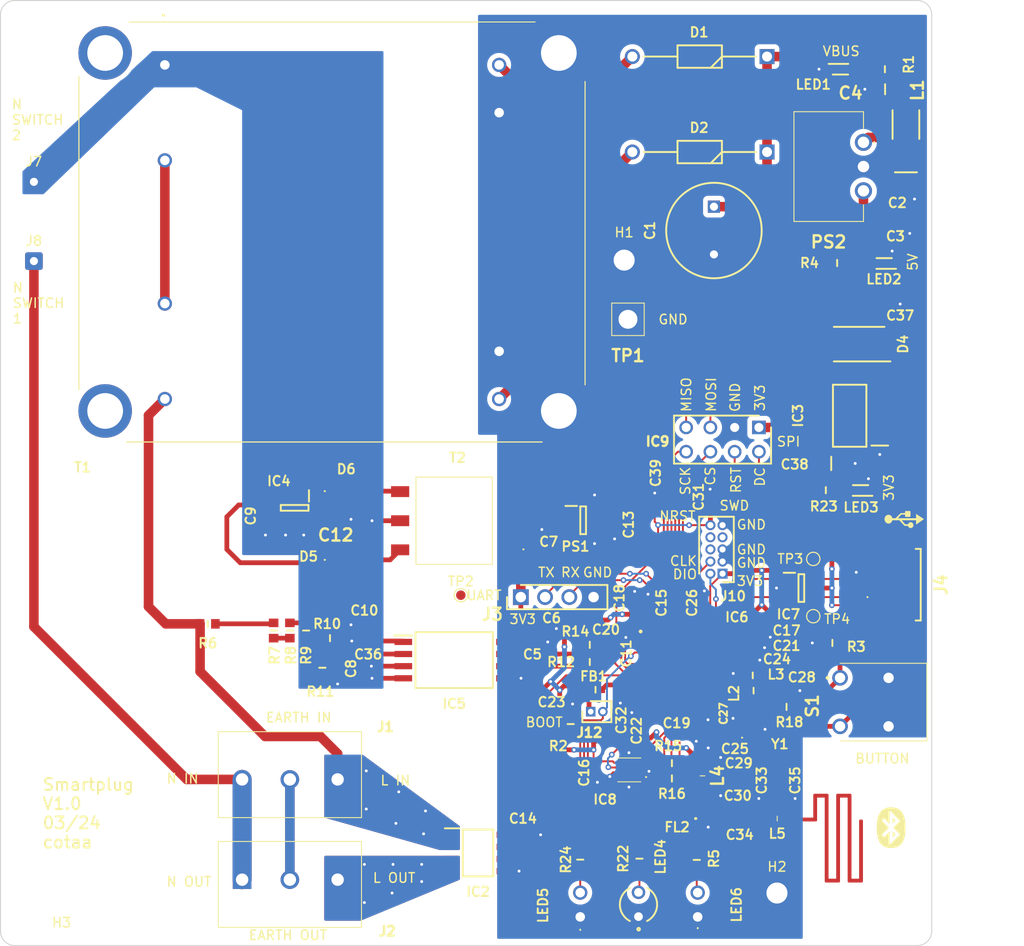
<source format=kicad_pcb>
(kicad_pcb (version 20221018) (generator pcbnew)
  (title_block (title "smartplug") (date "2023-06-30") (rev "0") (company "Alessio Cota"))
  (layers (0 "F.Cu" signal) (31 "B.Cu" power) (34 "B.Paste" user) (35 "F.Paste" user) (36 "B.SilkS" user "B.Silkscreen") (37 "F.SilkS" user "F.Silkscreen") (38 "B.Mask" user) (39 "F.Mask" user) (44 "Edge.Cuts" user))
  (net 0 "")
  (net 1 "EARTH")
  (net 2 "L1")
  (net 3 "L")
  (net 4 "N")
  (net 5 "/interfaces/FEED")
  (net 6 "Net-(T1-SEC2_1)")
  (net 7 "Net-(T1-PRI1_2)")
  (net 8 "Net-(PS2-+VIN)")
  (net 10 "N1")
  (net 11 "VIN_AC")
  (net 12 "Net-(LED1-Pad2)")
  (net 14 "AN_IIN")
  (net 15 "Net-(LED2-Pad2)")
  (net 16 "Net-(LED3-Pad2)")
  (net 19 "Net-(T2-SEC_3)")
  (net 20 "Net-(T2-SEC_1)")
  (net 21 "Net-(PS1-D1)")
  (net 22 "Net-(PS1-D2)")
  (net 23 "Net-(R6-Pad2)")
  (net 24 "Net-(R7-Pad2)")
  (net 25 "+3.3V")
  (net 26 "+5V")
  (net 27 "VBUS")
  (net 28 "RF1")
  (net 45 "LED_BLUE")
  (net 46 "LED_GREEN")
  (net 47 "LED_RED")
  (net 48 "Net-(IC6-VFBSMPS)")
  (net 49 "Net-(IC6-VLXSMPS)")
  (net 51 "DISPLAY_RST")
  (net 52 "DISPLAY_DC")
  (net 53 "DISPLAY_SPI_SCK")
  (net 58 "Net-(L2-Pad1)")
  (net 59 "+3.3VA")
  (net 60 "Net-(FL2-IN)")
  (net 61 "NRST")
  (net 62 "Net-(FL2-OUT)")
  (net 63 "/interfaces/MATCH_IMP")
  (net 64 "UART1_TX")
  (net 65 "OSC_OUT")
  (net 66 "OSC_IN")
  (net 67 "UART1_RX")
  (net 68 "USB_D-")
  (net 69 "USB_D+")
  (net 70 "SWDIO")
  (net 71 "SWCLK")
  (net 72 "USB_CONN_D-")
  (net 73 "USB_CONN_D+")
  (net 77 "Net-(IC5-INP)")
  (net 78 "Net-(IC4-IN)")
  (net 79 "5V_ISO")
  (net 80 "AN_VIN+")
  (net 81 "AN_VIN-")
  (net 82 "Net-(IC5-OUTN)")
  (net 83 "Net-(IC5-OUTP)")
  (net 84 "Net-(R8-Pad2)")
  (net 85 "Net-(R10-Pad1)")
  (net 86 "DISPLAY_SPI_CS")
  (net 87 "TH_SENS_RST")
  (net 88 "TH_SENS_SCL")
  (net 89 "TH_SENS_SDA")
  (net 90 "Net-(LED4-Pad2)")
  (net 92 "Net-(LED5-Pad2)")
  (net 93 "Net-(LED6-Pad2)")
  (net 94 "DISPLAY_SPI_MOSI")
  (net 102 "GND")
  (net 104 "SWITCH")
  (net 105 "SW_SWITCH")
  (net 106 "BOOT")
  (net 107 "DISPLAY_SPI_MISO")
  (footprint "alecot:RESC1608X55N" (layer "F.Cu") (at 151.3 136)
    (fp_text reference "R16")
    (fp_text value "10K" hide)
  )
  (footprint "alecot:RESC1608X55N" (layer "F.Cu") (at 168.1 121.8)
    (fp_text reference "R3")
    (fp_text value "10K" hide)
  )
  (footprint "alecot:CAPC1005X55N" (layer "F.Cu") (at 154.96 137.8 180)
    (fp_text reference "C30")
    (fp_text value "0.3p" hide)
  )
  (footprint "alecot:CAPC1005X55N" (layer "F.Cu") (at 155.56 131.8 180)
    (fp_text reference "C25")
    (fp_text value "0.1u" hide)
  )
  (footprint "alecot:RESC1608X55N" (layer "F.Cu") (at 102.7 119.8)
    (fp_text reference "R6")
    (fp_text value "715k" hide)
  )
  (footprint "alecot:800SP9B5M6RE" (layer "F.Cu") (at 168.9035 125.46 -90)
    (fp_text reference "S1")
    (fp_text value "800SP9B5M6RE" hide)
  )
  (footprint "alecot:CAPC1005X55N" (layer "F.Cu") (at 164.2 139.76 -90)
    (fp_text reference "C35")
    (fp_text value "1.2p" hide)
  )
  (footprint "alecot:CAPC1608X95N" (layer "F.Cu") (at 162.98 126.8 180)
    (fp_text reference "C28")
    (fp_text value "4.7u" hide)
  )
  (footprint "alecot:CAPPRD500W65D1000H2200" (layer "F.Cu") (at 155.7 76.1 -90)
    (fp_text reference "C1")
    (fp_text value "470u" hide)
  )
  (footprint "alecot:RESC1608X55N" (layer "F.Cu") (at 113 120.5 -90)
    (fp_text reference "R9")
    (fp_text value "715k" hide)
  )
  (footprint "alecot:PD3S120L7" (layer "F.Cu") (at 117.105 113.1)
    (fp_text reference "D5")
    (fp_text value "PD3S120L-7" hide)
  )
  (footprint "alecot:LQW18AS10NG0CD" (layer "F.Cu") (at 159.762 125.2 180)
    (fp_text reference "L3")
    (fp_text value "10 nH" hide)
  )
  (footprint "alecot:CAPC1608X90N" (layer "F.Cu") (at 108.7 108.1 90)
    (fp_text reference "C9")
    (fp_text value "10u" hide)
  )
  (footprint "alecot:RESC1608X55N" (layer "F.Cu") (at 141.7 144.5 -90)
    (fp_text reference "R24")
    (fp_text value "120R" hide)
  )
  (footprint "alecot:DIOAD1405W86L465D235" (layer "F.Cu") (at 161.2595 70.375 180)
    (fp_text reference "D2")
    (fp_text value "1N4007RLG" hide)
  )
  (footprint "MountingHole:MountingHole_2.2mm_M2_ISO14580_Pad" (layer "F.Cu") (at 146.3 81.7)
    (fp_text reference "H1")
    (fp_text value "MountingHole_Pad")
  )
  (footprint "alecot:SOT95P280X145-5N" (layer "F.Cu") (at 111.8 107.65 -90)
    (fp_text reference "IC4")
    (fp_text value "~" hide)
  )
  (footprint "alecot:CAPC1608X90N" (layer "F.Cu") (at 158.4 140.2)
    (fp_text reference "C34")
    (fp_text value "10n" hide)
  )
  (footprint "alecot:CAPC1005X55N" (layer "F.Cu") (at 145.9 126.66 90)
    (fp_text reference "C32")
    (fp_text value "1u" hide)
  )
  (footprint "alecot:SOT95P280X145-5N" (layer "F.Cu") (at 142.005 108.95)
    (fp_text reference "PS1")
    (fp_text value "~" hide)
  )
  (footprint "alecot:CAPC1005X55N" (layer "F.Cu") (at 149.5 107.56 90)
    (fp_text reference "C39")
    (fp_text value "0.1u" hide)
  )
  (footprint "alecot:CAPC1005X55N" (layer "F.Cu") (at 145.3 109.36 90)
    (fp_text reference "C13")
    (fp_text value "1u" hide)
  )
  (footprint "alecot:SOT95P280X145-6N" (layer "F.Cu") (at 164.85 116.05)
    (fp_text reference "IC7")
    (fp_text value "~" hide)
  )
  (footprint "alecot:RESC1608X55N" (layer "F.Cu") (at 142.7 123.8)
    (fp_text reference "R12")
    (fp_text value "10R" hide)
  )
  (footprint "alecot:RESC1608X55N" (layer "F.Cu") (at 151.3 134.4)
    (fp_text reference "R15")
    (fp_text value "10K" hide)
  )
  (footprint "alecot:SOIC127P1150X280-8N" (layer "F.Cu") (at 128.5 123.6)
    (fp_text reference "IC5")
    (fp_text value "~" hide)
  )
  (footprint "alecot:CAPC1005X55N" (layer "F.Cu") (at 138.7 109.46 90)
    (fp_text reference "C7")
    (fp_text value "1u" hide)
  )
  (footprint "alecot:750313769" (layer "F.Cu") (at 128.5 109 180)
    (fp_text reference "T2")
    (fp_text value "~" hide)
  )
  (footprint "alecot:1935174" (layer "F.Cu") (at 106.3 146.6)
    (fp_text reference "J2")
    (fp_text value "1935174" hide)
  )
  (footprint "alecot:CAPC1005X55N" (layer "F.Cu") (at 135.94 141.9)
    (fp_text reference "C14")
    (fp_text value "0.1u" hide)
  )
  (footprint "alecot:151034GS03000" (layer "F.Cu") (at 147.8 149.2 90)
    (fp_text reference "LED4")
    (fp_text value "GREEN" hide)
  )
  (footprint "TestPoint:TestPoint_Pad_D1.0mm" (layer "F.Cu") (at 166.1 119)
    (fp_text reference "TP4")
    (fp_text value "TestPoint")
  )
  (footprint "alecot:CAPC1005X55N" (layer "F.Cu") (at 140.9 126.76 90)
    (fp_text reference "C23")
    (fp_text value "1u" hide)
  )
  (footprint "alecot:CAPC1005X55N" (layer "F.Cu") (at 119.24 119.9 180)
    (fp_text reference "C10")
    (fp_text value "0.1u" hide)
  )
  (footprint "TestPoint:TestPoint_Pad_D1.0mm" (layer "F.Cu") (at 129.2 116.8)
    (fp_text reference "TP2")
    (fp_text value "TestPoint")
  )
  (footprint "alecot:CAPC1005X55N" (layer "F.Cu") (at 160.4 139.76 90)
    (fp_text reference "C33")
    (fp_text value "n.f." hide)
  )
  (footprint "alecot:LEDM168X50N" (layer "F.Cu") (at 171.04 105.83 180)
    (fp_text reference "LED3")
    (fp_text value "GREEN" hide)
  )
  (footprint "alecot:CAPC1005X55N" (layer "F.Cu") (at 148.8 118.36 90)
    (fp_text reference "C15")
    (fp_text value "0.1u" hide)
  )
  (footprint "alecot:CAPC1005X55N" (layer "F.Cu") (at 146.8 120.2 180)
    (fp_text reference "C20")
    (fp_text value "0.1u" hide)
  )
  (footprint "alecot:CAPC1005X55N" (layer "F.Cu") (at 119.24 121.6)
    (fp_text reference "C36")
    (fp_text value "1u" hide)
  )
  (footprint "alecot:FL69" (layer "F.Cu") (at 98.21 61.25)
    (fp_text reference "T1")
    (fp_text value "~" hide)
  )
  (footprint "alecot:CAPC1608X95N" (layer "F.Cu") (at 147.3 118.12 -90)
    (fp_text reference "C18")
    (fp_text value "4.7u" hide)
  )
  (footprint "alecot:151033RS03000" (layer "F.Cu") (at 141.7 150.5 90)
    (fp_text reference "LED5")
    (fp_text value "RED" hide)
  )
  (footprint "alecot:RESC1608X55N" (layer "F.Cu") (at 114.7 124.4 90)
    (fp_text reference "R11")
    (fp_text value "52.3k" hide)
  )
  (footprint "alecot:CAPC1608X90N" (layer "F.Cu") (at 116.3 124.3 90)
    (fp_text reference "C8")
    (fp_text value "1n" hide)
  )
  (footprint "alecot:INDC1608X95N" (layer "F.Cu") (at 159.85 126.8 180)
    (fp_text reference "L2")
    (fp_text value "10uH" hide)
  )
  (footprint "alecot:CAPC1005X55N" (layer "F.Cu") (at 159.34 122.3)
    (fp_text reference "C21")
    (fp_text value "0.1u" hide)
  )
  (footprint "alecot:1935174" (layer "F.Cu") (at 116.3 136.1 180)
    (fp_text reference "J1")
    (fp_text value "1935174" hide)
  )
  (footprint "alecot:RESC1608X55N" (layer "F.Cu") (at 115.5 121.3)
    (fp_text reference "R10")
    (fp_text value "715k" hide)
  )
  (footprint "alecot:PD3S120L7" (layer "F.Cu") (at 117.105 105.9)
    (fp_text reference "D6")
    (fp_text value "PD3S120L-7" hide)
  )
  (footprint "alecot:RESC1608X55N" (layer "F.Cu") (at 111.3 120.5 90)
    (fp_text reference "R8")
    (fp_text value "715k" hide)
  )
  (footprint "alecot:SHT30DISB25KS" (layer "F.Cu") (at 146.8 135.1 180)
    (fp_text reference "IC8")
    (fp_text value "~" hide)
  )
  (footprint "alecot:RESC1608X55N" (layer "F.Cu") (at 153.9 144.53 -90)
    (fp_text reference "R5")
    (fp_text value "47R" hide)
  )
  (footprint "alecot:DIOM5336X250N" (layer "F.Cu") (at 170.9 90.5 180)
    (fp_text reference "D4")
    (fp_text value "S1AB-13-F" hide)
  )
  (footprint "LOGO" (layer "F.Cu") (at 174.2 141.1)
    (fp_text reference "G***" hide)
    (fp_text value "LOGO" hide)
  )
  (footprint "alecot:SOT230P700X180-4N" (layer "F.Cu") (at 169.91 98 180)
    (fp_text reference "IC3")
    (fp_text value "~" hide)
  )
  (footprint "alecot:CAPC3225X270N" (layer "F.Cu") (at 175.8 72.5 90)
    (fp_text reference "C2")
    (fp_text value "10u" hide)
  )
  (footprint "alecot:CAPC1005X55N" (layer "F.Cu") (at 154.7 117.86 90)
    (fp_text reference "C26")
    (fp_text value "0.1u" hide)
  )
  (footprint "alecot:CAPC2012X135N" (layer "F.Cu") (at 173.62 63.8)
    (fp_text reference "C4")
    (fp_text value "4.7u" hide)
  )
  (footprint "alecot:151034BS03000" (layer "F.Cu") (at 154 150.5 90)
    (fp_text reference "LED6")
    (fp_text value "BLUE" hide)
  )
  (footprint "alecot:CAPC1005X55N" (layer "F.Cu") (at 153.8 130.6 -90)
    (fp_text reference "C19")
    (fp_text value "0.1u" hide)
  )
  (footprint "alecot:RESC1608X55N" (layer "F.Cu") (at 167.415 105.8 180)
    (fp_text reference "R23")
    (fp_text value "120R" hide)
  )
  (footprint "alecot:CAPC1005X55N" (layer "F.Cu") (at 160.14 121.2)
    (fp_text reference "C17")
    (fp_text value "0.1u" hide)
  )
  (footprint "alecot:CAPC1005X55N" (layer "F.Cu") (at 143.5 134.94 -90)
    (fp_text reference "C16")
    (fp_text value "0.1u" hide)
  )
  (footprint "alecot:CAPC1005X55N" (layer "F.Cu") (at 154.96 133.8 180)
    (fp_text reference "C29")
    (fp_text value "0.8p" hide)
  )
  (footprint "alecot:CAPC1005X55N" (layer "F.Cu") (at 137.54 120.3)
    (fp_text reference "C6")
    (fp_text value "0.1u" hide)
  )
  (footprint "alecot:RHDR8W76P254X254_2X4_1016X503X673P" (layer "F.Cu") (at 160.41 99.23 180)
    (fp_text reference "IC9")
    (fp_text value "534998-4" hide)
  )
  (footprint "alecot:CAPC1005X55N" (layer "F.Cu") (at 155.54 130.7)
    (fp_text reference "C27")
    (fp_text value "100p" hide)
  )
  (footprint "alecot:NX2016SA32MEXS00ACS06465" (layer "F.Cu") (at 159.401089 130.325)
    (fp_text reference "Y1")
    (fp_text value "32MHZ" hide)
  )
  (footprint "alecot:CAPC1005X55N" (layer "F.Cu") (at 136.76 121.7 180)
    (fp_text reference "C5")
    (fp_text value "1u" hide)
  )
  (footprint "alecot:HDRV10W45P127_2X5_635X343X575P" (layer "F.Cu") (at 156.6 114.545 90)
    (fp_text reference "J10")
    (fp_text value "~" hide)
  )
  (footprint "alecot:RESC1608X55N" (layer "F.Cu") (at 147.9 144.4 -90)
    (fp_text reference "R22")
    (fp_text value "120R" hide)
  )
  (footprint "alecot:HDRV2W40P0X127_1X2_254X210X420P" (layer "F.Cu") (at 142.8 129)
    (fp_text reference "J12")
    (fp_text value "M50-3530242" hide)
  )
  (footprint "alecot:HDRV4W64P0X254_1X4_1016X254X834P" (layer "F.Cu") (at 135.48 117)
    (fp_text reference "J3")
    (fp_text value "826629-4" hide)
  )
  (footprint "alecot:SOIC127P600X175-8N" (layer "F.Cu") (at 131 143.8)
    (fp_text reference "IC2")
    (fp_text value "~" hide)
  )
  (footprint "alecot:5023" (layer "F.Cu") (at 146.7 87.9)
    (fp_text reference "TP1")
    (fp_text value "5023" hide)
  )
  (footprint "alecot:LEDM168X50N" (layer "F.Cu") (at 173.51 82.05 180)
    (fp_text reference "LED2")
    (fp_text value "GREEN" hide)
  )
  (footprint "alecot:101181920002LF" (layer "F.Cu") (at 174.8 115.7 90)
    (fp_text reference "J4")
    (fp_text value "10118192-0002LF" hide)
  )
  (footprint "alecot:CAPC3116X180N" (layer "F.Cu") (at 167.98 103 180)
    (fp_text reference "C38")
    (fp_text value "2.2u" hide)
  )
  (footprint "alecot:VXO780121000" (layer "F.Cu") (at 168.3 71.9 -90)
    (fp_text reference "PS2")
    (fp_text value "VXO7805-1000" hide)
  )
  (footprint "alecot:QFN40P800X800X100-69N-D" (layer "F.Cu") (at 152.45 124.4)
    (fp_text reference "IC6")
    (fp_text value "~" hide)
  )
  (footprint "alecot:RESC1608X55N" (layer "F.Cu") (at 109.6 120.5 -90)
    (fp_text reference "R7")
    (fp_text value "715k" hide)
  )
  (footprint "alecot:CAPC1005X55N" (layer "F.Cu") (at 155.3 107 90)
    (fp_text reference "C31")
    (fp_text value "0.1u" hide)
  )
  (footprint "alecot:1227ASH100MP2" (layer "F.Cu") (at 175.8 67.5 -90)
    (fp_text reference "L1")
    (fp_text value "12u" hide)
  )
  (footprint "alecot:RESC1608X55N" (layer "F.Cu") (at 168.6 82 180)
    (fp_text reference "R4")
    (fp_text value "300R" hide)
  )
  (footprint "alecot:CAPC1608X90N" (layer "F.Cu") (at 175.5 77.6 180)
    (fp_text reference "C3")
    (fp_text value "22u" hide)
  )
  (footprint "alecot:DIOAD1405W86L465D235" (layer "F.Cu") (at 161.2595 60.375 180)
    (fp_text reference "D1")
    (fp_text value "1N4007RLG" hide)
  )
  (footprint "alecot:RESC1608X55N" (layer "F.Cu") (at 140.7 130.3 -90)
    (fp_text reference "R2")
    (fp_text value "10K" hide)
  )
  (footprint "alecot:CAPC1005X55N" (layer "F.Cu") (at 173.54 86.3 180)
    (fp_text reference "C37")
    (fp_text value "1u" hide)
  )
  (footprint "alecot:CAPC1005X55N" (layer "F.Cu") (at 147.3 127.54 -90)
    (fp_text reference "C22")
    (fp_text value "0.1u" hide)
  )
  (footprint "Connector_Wire:SolderWire-0.25sqmm_1x01_D0.65mm_OD1.7mm" (layer "F.Cu") (at 84.5 73.5)
    (fp_text reference "J7")
    (fp_text value "Conn_01x01" hide)
  )
  (footprint "TestPoint:TestPoint_Pad_D1.0mm" (layer "F.Cu") (at 166.1 113)
    (fp_text reference "TP3")
    (fp_text value "TestPoint")
  )
  (footprint "alecot:CAPC1608X90N" (layer "F.Cu") (at 145 122.9 90)
    (fp_text reference "C11")
    (fp_text value "1n" hide)
  )
  (footprint "alecot:LQG15WH0N7B02D" (layer "F.Cu") (at 154.5 135.725 90)
    (fp_text reference "L4")
    (fp_text value "2.7n" hide)
  )
  (footprint "Connector_Wire:SolderWire-0.25sqmm_1x01_D0.65mm_OD1.7mm" (layer "F.Cu") (at 84.5 81.8)
    (fp_text reference "J8")
    (fp_text value "Conn_01x01" hide)
  )
  (footprint "alecot:RESC1608X55N" (layer "F.Cu") (at 142.7 122)
    (fp_text reference "R14")
    (fp_text value "10R" hide)
  )
  (footprint "MountingHole:MountingHole_2.2mm_M2_ISO7380" (layer "F.Cu") (at 87.2 147.9)
    (fp_text reference "H3")
    (fp_text value "MountingHole")
  )
  (footprint "alecot:LFB182G45CGFD436" (layer "F.Cu") (at 155.04 140.2 180)
    (fp_text reference "FL2")
    (fp_text value "LFB182G45CGFD436" hide)
  )
  (footprint "alecot:LEDM168X50N" (layer "F.Cu") (at 168.96 61.7)
    (fp_text reference "LED1")
    (fp_text value "GREEN" hide)
  )
  (footprint "MountingHole:MountingHole_2.2mm_M2_ISO7380_Pad" (layer "F.Cu") (at 162.3 148)
    (fp_text reference "H2")
    (fp_text value "MountingHole_Pad")
  )
  (footprint "alecot:CAPC1608X95N" (layer "F.Cu") (at 158.78 123.6 180)
    (fp_text reference "C24")
    (fp_text value "4.7u" hide)
  )
  (footprint "alecot:BLM18EG101TH1D" (layer "F.Cu") (at 143.3 126.7)
    (fp_text reference "FB1")
    (fp_text value "120R" hide)
  )
  (footprint "alecot:RESC1608X55N" (layer "F.Cu") (at 163.3 128.5)
    (fp_text reference "R18")
    (fp_text value "10K" hide)
  )
  (footprint "alecot:RESC1608X55N" (layer "F.Cu") (at 173.6 61.7)
    (fp_text reference "R1")
    (fp_text value "2.2k" hide)
  )
  (footprint "LOGO" (layer "F.Cu") (at 175.6 108.8 -90)
    (fp_text reference "G***" hide)
    (fp_text value "LOGO" hide)
  )
  (footprint "alecot:CAPC1005X55N" (layer "F.Cu") (at 116.06 108.9 180)
    (fp_text reference "C12")
    (fp_text value "1u" hide)
  )
  (footprint "alecot:LQG15WH0N7B02D" (layer "F.Cu") (at 162.325 140.2)
    (fp_text reference "L5")
    (fp_text value "3.6n" hide)
  )
  (gr_line (start 178.5 56) (end 178.5 152) (stroke (width 0.1)) (layer "Edge.Cuts"))
  (gr_arc (start 178.5 152) (mid 178.06066 153.06066) (end 177 153.5) (stroke (width 0.1)) (layer "Edge.Cuts"))
  (gr_line (start 177 153.5) (end 82.5 153.5) (stroke (width 0.1)) (layer "Edge.Cuts"))
  (gr_line (start 81 152) (end 81 56) (stroke (width 0.1)) (layer "Edge.Cuts"))
  (gr_arc (start 81 56) (mid 81.43934 54.93934) (end 82.5 54.5) (stroke (width 0.1)) (layer "Edge.Cuts"))
  (gr_arc (start 82.5 153.5) (mid 81.43934 153.06066) (end 81 152) (stroke (width 0.1)) (layer "Edge.Cuts"))
  (gr_line (start 177 54.5) (end 82.5 54.5) (stroke (width 0.1)) (layer "Edge.Cuts"))
  (gr_arc (start 177 54.5) (mid 178.06066 54.93934) (end 178.5 56) (stroke (width 0.1)) (layer "Edge.Cuts"))
  (gr_text "N OUT" (at 98.3 147.4) (layer "F.SilkS") (effects (font (size 1 1)) (justify left bottom)))
  (gr_text "GND" (at 158 112.6) (layer "F.SilkS") (effects (font (size 1 1)) (justify left bottom)))
  (gr_text "SCK" (at 153.3 106.4 90) (layer "F.SilkS") (effects (font (size 1 1)) (justify left bottom)))
  (gr_text "MOSI" (at 156 97.7 90) (layer "F.SilkS") (effects (font (size 1 1)) (justify left bottom)))
  (gr_text "SPI" (at 162.2 101.3) (layer "F.SilkS") (effects (font (size 1 1)) (justify left bottom)))
  (gr_text "L IN" (at 120.7 136.8) (layer "F.SilkS") (effects (font (size 1 1)) (justify left bottom)))
  (gr_text "MISO" (at 153.4 97.7 90) (layer "F.SilkS") (effects (font (size 1 1)) (justify left bottom)))
  (gr_text "5V" (at 177.1 82.9 90) (layer "F.SilkS") (effects (font (size 1 1)) (justify left bottom)))
  (gr_text "CS" (at 155.9 105.4 90) (layer "F.SilkS") (effects (font (size 1 1)) (justify left bottom)))
  (gr_text "N\nSWITCH\n2" (at 82.1 69.2) (layer "F.SilkS") (effects (font (size 1 1)) (justify left bottom)))
  (gr_text "TX" (at 137.2 115) (layer "F.SilkS") (effects (font (size 1 1)) (justify left bottom)))
  (gr_text "EARTH IN" (at 108.7 130.2) (layer "F.SilkS") (effects (font (size 1 1)) (justify left bottom)))
  (gr_text "3V3" (at 134.2 119.9) (layer "F.SilkS") (effects (font (size 1 1)) (justify left bottom)))
  (gr_text "3V3" (at 174.6 107 90) (layer "F.SilkS") (effects (font (size 1 1)) (justify left bottom)))
  (gr_text "Smartplug\nV1.0\n03/24\ncotaa" (at 85.3 143.4) (layer "F.SilkS") (effects (font (size 1.25 1.25) (thickness 0.2)) (justify left bottom)))
  (gr_text "3V3" (at 158 115.9) (layer "F.SilkS") (effects (font (size 1 1)) (justify left bottom)))
  (gr_text "N IN" (at 98.3 136.6) (layer "F.SilkS") (effects (font (size 1 1)) (justify left bottom)))
  (gr_text "GND" (at 158.5 97.7 90) (layer "F.SilkS") (effects (font (size 1 1)) (justify left bottom)))
  (gr_text "GND" (at 141.9 115) (layer "F.SilkS") (effects (font (size 1 1)) (justify left bottom)))
  (gr_text "GND" (at 158 110) (layer "F.SilkS") (effects (font (size 1 1)) (justify left bottom)))
  (gr_text "GND" (at 149.8 88.5) (layer "F.SilkS") (effects (font (size 1 1)) (justify left bottom)))
  (gr_text "UART" (at 129.7 117.4) (layer "F.SilkS") (effects (font (size 1 1)) (justify left bottom)))
  (gr_text "RX" (at 139.6 115) (layer "F.SilkS") (effects (font (size 1 1)) (justify left bottom)))
  (gr_text "EARTH OUT" (at 106.9 153) (layer "F.SilkS") (effects (font (size 1 1)) (justify left bottom)))
  (gr_text "L OUT" (at 119.9 147) (layer "F.SilkS") (effects (font (size 1 1)) (justify left bottom)))
  (gr_text "SWD" (at 156.2 108) (layer "F.SilkS") (effects (font (size 1 1)) (justify left bottom)))
  (gr_text "CLK" (at 151 113.8) (layer "F.SilkS") (effects (font (size 1 1)) (justify left bottom)))
  (gr_text "VBUS" (at 167 60.4) (layer "F.SilkS") (effects (font (size 1 1)) (justify left bottom)))
  (gr_text "RST" (at 158.6 106.2 90) (layer "F.SilkS") (effects (font (size 1 1)) (justify left bottom)))
  (gr_text "BOOT" (at 135.9 130.7) (layer "F.SilkS") (effects (font (size 1 1)) (justify left bottom)))
  (gr_text "GND" (at 158 114) (layer "F.SilkS") (effects (font (size 1 1)) (justify left bottom)))
  (gr_text "DC" (at 161.1 105.5 90) (layer "F.SilkS") (effects (font (size 1 1)) (justify left bottom)))
  (gr_text "DIO" (at 151.3 115.2) (layer "F.SilkS") (effects (font (size 1 1)) (justify left bottom)))
  (gr_text "NRST" (at 149.9 109.1) (layer "F.SilkS") (effects (font (size 1 1)) (justify left bottom)))
  (gr_text "BUTTON" (at 170.4 134.5) (layer "F.SilkS") (effects (font (size 1 1)) (justify left bottom)))
  (gr_text "3V3" (at 161.1 97.6 90) (layer "F.SilkS") (effects (font (size 1 1)) (justify left bottom)))
  (gr_text "N\nSWITCH\n1" (at 82.2 88.4) (layer "F.SilkS") (effects (font (size 1 1)) (justify left bottom)))
  (segment (start 111.3 136.1) (end 111.3 146.6) (width 1) (layer "F.Cu") (net 1))
  (segment (start 111.3 136.1) (end 111.3 146.6) (width 1) (layer "B.Cu") (net 1))
  (via (at 122.1 145) (size 0.6) (drill 0.3) (layers "F.Cu" "B.Cu") (net 2))
  (via (at 119.1 149) (size 0.6) (drill 0.3) (layers "F.Cu" "B.Cu") (net 2))
  (via (at 122 148) (size 0.6) (drill 0.3) (layers "F.Cu" "B.Cu") (net 2))
  (via (at 125.1 145) (size 0.6) (drill 0.3) (layers "F.Cu" "B.Cu") (net 2))
  (via (at 119.1 145) (size 0.6) (drill 0.3) (layers "F.Cu" "B.Cu") (net 2))
  (via (at 125.1 146.8) (size 0.6) (drill 0.3) (layers "F.Cu" "B.Cu") (net 2))
  (segment (start 108.7 131.6) (end 114.5 131.6) (width 1) (layer "F.Cu") (net 3))
  (segment (start 96.5 118) (end 98.3 119.8) (width 1) (layer "F.Cu") (net 3))
  (segment (start 98.21 96.25) (end 96.5 97.96) (width 1) (layer "F.Cu") (net 3))
  (segment (start 101.9 124.8) (end 108.7 131.6) (width 1) (layer "F.Cu") (net 3))
  (segment (start 96.5 97.96) (end 96.5 118) (width 1) (layer "F.Cu") (net 3))
  (segment (start 101.9 119.8) (end 101.9 124.8) (width 1) (layer "F.Cu") (net 3))
  (segment (start 116.3 133.4) (end 116.3 136.1) (width 1) (layer "F.Cu") (net 3))
  (segment (start 114.5 131.6) (end 116.3 133.4) (width 1) (layer "F.Cu") (net 3))
  (segment (start 98.3 119.8) (end 101.9 119.8) (width 1) (layer "F.Cu") (net 3))
  (via (at 119.3 139.2) (size 0.6) (drill 0.3) (layers "F.Cu" "B.Cu") (net 3))
  (via (at 125.3 141.8) (size 0.6) (drill 0.3) (layers "F.Cu" "B.Cu") (net 3))
  (via (at 122.7 137.4) (size 0.6) (drill 0.3) (layers "F.Cu" "B.Cu") (net 3))
  (via (at 122.4 140.7) (size 0.6) (drill 0.3) (layers "F.Cu" "B.Cu") (net 3))
  (via (at 119.3 135.2) (size 0.6) (drill 0.3) (layers "F.Cu" "B.Cu") (net 3))
  (via (at 125.5 139.4) (size 0.6) (drill 0.3) (layers "F.Cu" "B.Cu") (net 3))
  (segment (start 84.5 81.8) (end 84.5 120.1) (width 1) (layer "F.Cu") (net 4))
  (segment (start 84.5 120.1) (end 100.5 136.1) (width 1) (layer "F.Cu") (net 4))
  (segment (start 100.5 136.1) (end 106.3 136.1) (width 1) (layer "F.Cu") (net 4))
  (segment (start 106.3 136.1) (end 106.3 146.6) (width 2) (layer "F.Cu") (net 4))
  (segment (start 106.3 136.1) (end 106.3 146.6) (width 2) (layer "B.Cu") (net 4))
  (segment (start 162.75 140.2) (end 164.18 140.2) (width 0.2) (layer "F.Cu") (net 5))
  (segment (start 164.18 140.2) (end 164.2 140.22) (width 0.2) (layer "F.Cu") (net 5))
  (segment (start 147.1595 70.375) (end 138.9 78.6345) (width 1) (layer "F.Cu") (net 6))
  (segment (start 138.9 78.6345) (end 138.9 90.56) (width 1) (layer "F.Cu") (net 6))
  (segment (start 138.9 90.56) (end 133.21 96.25) (width 1) (layer "F.Cu") (net 6))
  (segment (start 98.21 71.25) (end 98.21 86.25) (width 1) (layer "F.Cu") (net 7))
  (segment (start 175.8 68.85) (end 175.8 71.17) (width 1) (layer "F.Cu") (net 8))
  (segment (start 171.865 68.85) (end 171.355 69.36) (width 1) (layer "F.Cu") (net 8))
  (segment (start 175.8 68.85) (end 171.865 68.85) (width 1) (layer "F.Cu") (net 8))
  (segment (start 112.75 110.5) (end 112.75 108.9) (width 0.5) (layer "F.Cu") (net 10))
  (segment (start 119.9 109) (end 122.845 109) (width 0.5) (layer "F.Cu") (net 10))
  (segment (start 119.835 124.235) (end 123.175 124.235) (width 0.5) (layer "F.Cu") (net 10))
  (segment (start 119.9 125.505) (end 123.175 125.505) (width 0.5) (layer "F.Cu") (net 10))
  (segment (start 118.78 121.6) (end 117.78 121.6) (width 0.5) (layer "F.Cu") (net 10))
  (segment (start 110.85 110.5) (end 110.85 108.9) (width 0.5) (layer "F.Cu") (net 10))
  (segment (start 116.57 108.85) (end 116.52 108.9) (width 0.5) (layer "F.Cu") (net 10))
  (segment (start 116.3 126.1) (end 116.3 125) (width 0.5) (layer "F.Cu") (net 10))
  (segment (start 117.7 119.9) (end 118.78 119.9) (width 0.5) (layer "F.Cu") (net 10))
  (segment (start 112.75 106.4) (end 112.75 108.9) (width 0.5) (layer "F.Cu") (net 10))
  (segment (start 108.745 108.845) (end 108.7 108.8) (width 0.5) (layer "F.Cu") (net 10))
  (segment (start 116.1 125.2) (end 116.3 125) (width 0.5) (layer "F.Cu") (net 10))
  (segment (start 108.745 110.5) (end 108.745 108.845) (width 0.5) (layer "F.Cu") (net 10))
  (segment (start 114.7 125.2) (end 116.1 125.2) (width 0.5) (layer "F.Cu") (net 10))
  (segment (start 117.7 108.85) (end 116.57 108.85) (width 0.5) (layer "F.Cu") (net 10))
  (via (at 117.7 119.9) (size 0.7) (drill 0.3) (layers "F.Cu" "B.Cu") (net 10))
  (via (at 112.75 110.5) (size 0.7) (drill 0.3) (layers "F.Cu" "B.Cu") (net 10))
  (via (at 117.78 121.6) (size 0.7) (drill 0.3) (layers "F.Cu" "B.Cu") (net 10))
  (via (at 108.745 110.5) (size 0.7) (drill 0.3) (layers "F.Cu" "B.Cu") (net 10))
  (via (at 116.3 126.1) (size 0.7) (drill 0.3) (layers "F.Cu" "B.Cu") (net 10))
  (via (at 117.7 108.85) (size 0.7) (drill 0.3) (layers "F.Cu" "B.Cu") (net 10))
  (via (at 119.9 109) (size 0.7) (drill 0.3) (layers "F.Cu" "B.Cu") (net 10))
  (via (at 119.9 125.505) (size 0.7) (drill 0.3) (layers "F.Cu" "B.Cu") (net 10))
  (via (at 119.835 124.235) (size 0.7) (drill 0.3) (layers "F.Cu" "B.Cu") (net 10))
  (via (at 110.85 110.5) (size 0.7) (drill 0.3) (layers "F.Cu" "B.Cu") (net 10))
  (segment (start 133.21 61.25) (end 136.21 64.25) (width 1) (layer "F.Cu") (net 11))
  (segment (start 143.2845 64.25) (end 147.1595 60.375) (width 1) (layer "F.Cu") (net 11))
  (segment (start 136.21 64.25) (end 143.2845 64.25) (width 1) (layer "F.Cu") (net 11))
  (segment (start 169.81 61.7) (end 172.8 61.7) (width 0.5) (layer "F.Cu") (net 12))
  (segment (start 138.2 142.8) (end 137.835 143.165) (width 0.2) (layer "F.Cu") (net 14))
  (segment (start 148.5 125.2) (end 140.2 125.2) (width 0.2) (layer "F.Cu") (net 14))
  (segment (start 138.2 142.8) (end 138.6 142.8) (width 0.2) (layer "F.Cu") (net 14))
  (segment (start 138.6 142.8) (end 139.9 141.5) (width 0.2) (layer "F.Cu") (net 14))
  (segment (start 140.2 125.2) (end 138.2 127.2) (width 0.2) (layer "F.Cu") (net 14))
  (segment (start 137.835 143.165) (end 133.711 143.165) (width 0.2) (layer "F.Cu") (net 14))
  (segment (start 138.2 127.2) (end 138.2 142.8) (width 0.2) (layer "F.Cu") (net 14))
  (segment (start 172.61 82) (end 172.66 82.05) (width 0.5) (layer "F.Cu") (net 15))
  (segment (start 169.4 82) (end 172.61 82) (width 0.5) (layer "F.Cu") (net 15))
  (segment (start 170.16 105.8) (end 170.19 105.83) (width 0.5) (layer "F.Cu") (net 16))
  (segment (start 168.215 105.8) (end 170.16 105.8) (width 0.5) (layer "F.Cu") (net 16))
  (segment (start 118.355 113.1) (end 121.795 113.1) (width 0.5) (layer "F.Cu") (net 19))
  (segment (start 121.795 113.1) (end 122.845 112.05) (width 0.5) (layer "F.Cu") (net 19))
  (segment (start 122.795 105.9) (end 122.845 105.95) (width 0.5) (layer "F.Cu") (net 20))
  (segment (start 118.355 105.9) (end 122.795 105.9) (width 0.5) (layer "F.Cu") (net 20))
  (segment (start 139.7 108) (end 137.65 105.95) (width 0.5) (layer "F.Cu") (net 21))
  (segment (start 137.65 105.95) (end 134.155 105.95) (width 0.5) (layer "F.Cu") (net 21))
  (segment (start 140.755 108) (end 139.7 108) (width 0.5) (layer "F.Cu") (net 21))
  (segment (start 140.755 109.9) (end 140.755 111.545) (width 0.5) (layer "F.Cu") (net 22))
  (segment (start 140.755 111.545) (end 140.25 112.05) (width 0.5) (layer "F.Cu") (net 22))
  (segment (start 140.25 112.05) (end 134.155 112.05) (width 0.5) (layer "F.Cu") (net 22))
  (segment (start 109.6 119.7) (end 109.5 119.8) (width 0.5) (layer "F.Cu") (net 23))
  (segment (start 103.5 119.8) (end 109.5 119.8) (width 0.5) (layer "F.Cu") (net 23))
  (segment (start 109.6 121.3) (end 111.3 121.3) (width 0.5) (layer "F.Cu") (net 24))
  (segment (start 140 133) (end 141.05 133) (width 0.5) (layer "F.Cu") (net 25))
  (segment (start 137.08 120.3) (end 136.4 120.3) (width 0.5) (layer "F.Cu") (net 25))
  (segment (start 153.3 133.3) (end 152.8 132.8) (width 0.5) (layer "F.Cu") (net 25))
  (segment (start 147.26 120.2) (end 147.26 120.86) (width 0.2) (layer "F.Cu") (net 25))
  (segment (start 140.05 122.2155) (end 140.05 119.4) (width 0.5) (layer "F.Cu") (net 25))
  (segment (start 140.9 126.3) (end 140 126.3) (width 0.5) (layer "F.Cu") (net 25))
  (segment (start 153.25 130.14) (end 152.1 131.29) (width 0.2) (layer "F.Cu") (net 25))
  (segment (start 147.6 121.2) (end 148.5 121.2) (width 0.2) (layer "F.Cu") (net 25))
  (segment (start 148.1 98.3) (end 155.9 90.5) (width 1) (layer "F.Cu") (net 25))
  (segment (start 142.225 126.3) (end 142.625 126.7) (width 0.5) (layer "F.Cu") (net 25))
  (segment (start 149.25 119.27) (end 148.8 118.82) (width 0.2) (layer "F.Cu") (net 25))
  (segment (start 157.7 124) (end 158.1 123.6) (width 0.2) (layer "F.Cu") (net 25))
  (segment (start 162.8 132.7) (end 164.96 130.54) (width 0.5) (layer "F.Cu") (net 25))
  (segment (start 168.9035 130.54) (end 171.2 128.2435) (width 0.5) (layer "F.Cu") (net 25))
  (segment (start 155.19 118.32) (end 155.31 118.2) (width 0.2) (layer "F.Cu") (net 25))
  (segment (start 149.086491 131.75) (end 149.68754 131.148951) (width 0.5) (layer "F.Cu") (net 25))
  (segment (start 137.4 113.4) (end 146.3 113.4) (width 1) (layer "F.Cu") (net 25))
  (segment (start 158.9 114.2) (end 160.7 114.2) (width 0.5) (layer "F.Cu") (net 25))
  (segment (start 156.4 123.6) (end 158.1 123.6) (width 0.2) (layer "F.Cu") (net 25))
  (segment (start 149.25 120.45) (end 149.25 119.27) (width 0.2) (layer "F.Cu") (net 25))
  (segment (start 158.1 122.98) (end 158.1 123.5) (width 0.5) (layer "F.Cu") (net 25))
  (segment (start 143.1 132.3) (end 143.65 131.75) (width 0.5) (layer "F.Cu") (net 25))
  (segment (start 145.1 134.2) (end 143.78 134.2) (width 0.2) (layer "F.Cu") (net 25))
  (segment (start 163.4 98) (end 166.76 98) (width 1) (layer "F.Cu") (net 25))
  (segment (start 135.42 129.03) (end 135.42 141.84) (width 0.5) (layer "F.Cu") (net 25))
  (segment (start 156.02 131.8) (end 156.92 132.7) (width 0.5) (layer "F.Cu") (net 25))
  (segment (start 139.55 132.55) (end 140 133) (width 0.5) (layer "F.Cu") (net 25))
  (segment (start 160.41 99.23) (end 162.17 99.23) (width 1) (layer "F.Cu") (net 25))
  (segment (start 136.4 120.3) (end 136.3 120.2) (width 0.2) (layer "F.Cu") (net 25))
  (segment (start 143.0995 134.0795) (end 143.0995 133) (width 0.2) (layer "F.Cu") (net 25))
  (segment (start 155.25 129.0665) (end 156 129.8165) (width 0.2) (layer "F.Cu") (net 25))
  (segment (start 152.1 131.29) (end 152.1 134.4) (width 0.2) (layer "F.Cu") (net 25))
  (segment (start 138.6 125.85) (end 135.42 129.03) (width 0.5) (layer "F.Cu") (net 25))
  (segment (start 143.1 132.9995) (end 143.1 132.3) (width 0.5) (layer "F.Cu") (net 25))
  (segment (start 160.7 114.2) (end 162.1 114.2) (width 0.5) (layer "F.Cu") (net 25))
  (segment (start 163.4 120.5) (end 160.7 117.8) (width 0.5) (layer "F.Cu") (net 25))
  (segment (start 144.8805 119.14025) (end 144.62075 119.4) (width 0.5) (layer "F.Cu") (net 25))
  (segment (start 171.2 128.2435) (end 171.2 122.2) (width 0.5) (layer "F.Cu") (net 25))
  (segment (start 148.78 118.8) (end 148.8 118.82) (width 0.2) (layer "F.Cu") (net 25))
  (segment (start 158.555 114.545) (end 158.9 114.2) (width 0.5) (layer "F.Cu") (net 25))
  (segment (start 155.25 128.35) (end 155.25 129.0665) (width 0.2) (layer "F.Cu") (net 25))
  (segment (start 145.625 134.35) (end 145.25 134.35) (width 0.2) (layer "F.Cu") (net 25))
  (segment (start 135.48 141.9) (end 133.716 141.9) (width 0.5) (layer "F.Cu") (net 25))
  (segment (start 136.3 120.2) (end 136.3 119.4) (width 0.5) (layer "F.Cu") (net 25))
  (segment (start 154.7 118.32) (end 155.19 118.32) (width 0.2) (layer "F.Cu") (net 25))
  (segment (start 166.615 109.685) (end 166.615 105.8) (width 0.5) (layer "F.Cu") (net 25))
  (segment (start 156 129.8165) (end 156 130.7) (width 0.2) (layer "F.Cu") (net 25))
  (segment (start 147.3 118.8) (end 148.78 118.8) (width 0.5) (layer "F.Cu") (net 25))
  (segment (start 142.625 126.7) (end 142.625 128.825) (width 0.5) (layer "F.Cu") (net 25))
  (segment (start 148.1 111.6) (end 148.1 98.3) (width 1) (layer "F.Cu") (net 25))
  (segment (start 135.48 117) (end 135.48 115.32) (width 1) (layer "F.Cu") (net 25))
  (segment (start 153.8 129.581372) (end 153.8 130.14) (width 0.2) (layer "F.Cu") (net 25))
  (segment (start 156 130.7) (end 156 131.78) (width 0.5) (layer "F.Cu") (net 25))
  (segment (start 154.05 128.35) (end 154.05 129.331372) (width 0.2) (layer "F.Cu") (net 25))
  (segment (start 143.78 134.2) (end 143.5 134.48) (width 0.2) (layer "F.Cu") (net 25))
  (segment (start 158.88 121.71) (end 158.88 122.3) (width 0.5) (layer "F.Cu") (net 25))
  (segment (start 147.26 120.86) (end 147.6 121.2) (width 0.2) (layer "F.Cu") (net 25))
  (segment (start 156.4 124) (end 157.7 124) (width 0.2) (layer "F.Cu") (net 25))
  (segment (start 160.7 117.8) (end 159.68 118.82) (width 0.5) (layer "F.Cu") (net 25))
  (segment (start 143.65 131.75) (end 149.086491 131.75) (width 0.5) (layer "F.Cu") (net 25))
  (segment (start 162.17 99.23) (end 163.4 98) (width 1) (layer "F.Cu") (net 25))
  (segment (start 147.3 118.8) (end 147.26 118.84) (width 0.5) (layer "F.Cu") (net 25))
  (segment (start 135.48 115.32) (end 137.4 113.4) (width 1) (layer "F.Cu") (net 25))
  (segment (start 153.3 133.9) (end 153.3 133.3) (width 0.5) (layer "F.Cu") (net 25))
  (segment (start 156.6 114.545) (end 158.555 114.545) (width 0.5) (layer "F.Cu") (net 25))
  (segment (start 156 131.78) (end 156.02 131.8) (width 0.5) (layer "F.Cu") (net 25))
  (segment (start 147.3 118.8) (end 146.1 118.8) (width 0.5) (layer "F.Cu") (net 25))
  (segment (start 169.5 120.5) (end 163.4 120.5) (width 0.5) (layer "F.Cu") (net 25))
  (segment (start 142.625 128.825) (end 142.8 129) (width 0.5) (layer "F.Cu") (net 25))
  (segment (start 171.2 122.2) (end 169.5 120.5) (width 0.5) (layer "F.Cu") (net 25))
  (segment (start 152.8 134.4) (end 153.3 133.9) (width 0.5) (layer "F.Cu") (net 25))
  (segment (start 159.68 121.2) (end 159.39 121.2) (width 0.5) (layer "F.Cu") (net 25))
  (segment (start 152.1 134.4) (end 152.8 134.4) (width 0.5) (layer "F.Cu") (net 25))
  (segment (start 155.9 90.5) (end 168.51 90.5) (width 1) (layer "F.Cu") (net 25))
  (segment (start 140.9 126.3) (end 142.225 126.3) (width 0.5) (layer "F.Cu") (net 25))
  (segment (start 156.92 132.7) (end 162.8 132.7) (width 0.5) (layer "F.Cu") (net 25))
  (segment (start 135.42 141.84) (end 135.48 141.9) (width 0.5) (layer "F.Cu") (net 25))
  (segment (start 155.31 115.835) (end 156.6 114.545) (width 0.2) (layer "F.Cu") (net 25))
  (segment (start 133.825 121.695) (end 136.295 121.695) (width 0.5) (layer "F.Cu") (net 25))
  (segment (start 133.716 141.9) (end 133.711 141.895) (width 0.5) (layer "F.Cu") (net 25))
  (segment (start 135.375 141.895) (end 135.38 141.9) (width 0.2) (layer "F.Cu") (net 25))
  (segment (start 154.05 129.331372) (end 153.8 129.581372) (width 0.2) (layer "F.Cu") (net 25))
  (segment (start 136.3 121.7) (end 136.3 120.2) (width 0.5) (layer "F.Cu") (net 25))
  (segment (start 158.88 122.2) (end 158.1 122.98) (width 0.5) (layer "F.Cu") (net 25))
  (segment (start 152.1 134.4) (end 152.1 136) (width 0.5) (layer "F.Cu") (net 25))
  (segment (start 146.3 113.4) (end 148.1 111.6) (width 1) (layer "F.Cu") (net 25))
  (segment (start 147.26 118.84) (end 147.26 120.2) (width 0.5) (layer "F.Cu") (net 25))
  (segment (start 140 126.3) (end 139.55 126.75) (width 0.5) (layer "F.Cu") (net 25))
  (segment (start 140.05 119.4) (end 136.3 119.4) (width 0.5) (layer "F.Cu") (net 25))
  (segment (start 154.45 118.57) (end 154.7 118.32) (width 0.2) (layer "F.Cu") (net 25))
  (segment (start 154.45 120.45) (end 154.45 118.57) (width 0.2) (layer "F.Cu") (net 25))
  (segment (start 135.48 117) (end 135.48 118.58) (width 0.5) (layer "F.Cu") (net 25))
  (segment (start 164.96 130.54) (end 168.9035 130.54) (width 0.5) (layer "F.Cu") (net 25))
  (segment (start 136.295 121.695) (end 136.3 121.7) (width 0.5) (layer "F.Cu") (net 25))
  (segment (start 155.31 118.2) (end 155.31 115.835) (width 0.2) (layer "F.Cu") (net 25))
  (segment (start 135.48 118.58) (end 136.3 119.4) (width 0.5) (layer "F.Cu") (net 25))
  (segment (start 143.0995 133) (end 143.1 132.9995) (width 0.5) (layer "F.Cu") (net 25))
  (segment (start 159.39 121.2) (end 158.88 121.71) (width 0.5) (layer "F.Cu") (net 25))
  (segment (start 143.5 134.48) (end 143.0995 134.0795) (width 0.2) (layer "F.Cu") (net 25))
  (segment (start 162.1 114.2) (end 166.615 109.685) (width 0.5) (layer "F.Cu") (net 25))
  (segment (start 145.25 134.35) (end 145.1 134.2) (width 0.2) (layer "F.Cu") (net 25))
  (segment (start 144.62075 119.4) (end 140.05 119.4) (width 0.5) (layer "F.Cu") (net 25))
  (segment (start 153.8 130.14) (end 153.25 130.14) (width 0.2) (layer "F.Cu") (net 25))
  (segment (start 139.55 126.75) (end 139.55 132.55) (width 0.5) (layer "F.Cu") (net 25))
  (segment (start 159.68 118.82) (end 159.68 121.2) (width 0.5) (layer "F.Cu") (net 25))
  (via (at 152.8 132.8) (size 0.6) (drill 0.3) (layers "F.Cu" "B.Cu") (net 25))
  (via (at 160.7 114.2) (size 0.6) (drill 0.3) (layers "F.Cu" "B.Cu") (net 25))
  (via (at 139.55 126.75) (size 0.6) (drill 0.3) (layers "F.Cu" "B.Cu") (net 25))
  (via (at 160.7 117.8) (size 0.6) (drill 0.3) (layers "F.Cu" "B.Cu") (net 25))
  (via (at 143.0995 133) (size 0.6) (drill 0.3) (layers "F.Cu" "B.Cu") (net 25))
  (via (at 149.68754 131.148951) (size 0.6) (drill 0.3) (layers "F.Cu" "B.Cu") (net 25))
  (via (at 141.05 133) (size 0.6) (drill 0.3) (layers "F.Cu" "B.Cu") (net 25))
  (via (at 140.05 122.2155) (size 0.6) (drill 0.3) (layers "F.Cu" "B.Cu") (net 25))
  (via (at 138.6 125.85) (size 0.6) (drill 0.3) (layers "F.Cu" "B.Cu") (net 25))
  (via (at 144.8805 119.14025) (size 0.6) (drill 0.3) (layers "F.Cu" "B.Cu") (net 25))
  (via (at 146.1 118.8) (size 0.6) (drill 0.3) (layers "F.Cu" "B.Cu") (net 25))
  (segment (start 145.22075 118.8) (end 146.1 118.8) (width 0.5) (layer "B.Cu") (net 25))
  (segment (start 144.8805 119.14025) (end 145.22075 118.8) (width 0.5) (layer "B.Cu") (net 25))
  (segment (start 149.68754 131.148951) (end 149.68754 131.68754) (width 0.5) (layer "B.Cu") (net 25))
  (segment (start 138.65 125.85) (end 139.55 126.75) (width 0.5) (layer "B.Cu") (net 25))
  (segment (start 149.68754 131.68754) (end 150.8 132.8) (width 0.5) (layer "B.Cu") (net 25))
  (segment (start 160.7 114.2) (end 160.7 117.8) (width 0.5) (layer "B.Cu") (net 25))
  (segment (start 150.8 132.8) (end 152.8 132.8) (width 0.5) (layer "B.Cu") (net 25))
  (segment (start 141.05 133) (end 143.0995 133) (width 0.5) (layer "B.Cu") (net 25))
  (segment (start 140.05 124.4) (end 138.6 125.85) (width 0.5) (layer "B.Cu") (net 25))
  (segment (start 138.6 125.85) (end 138.65 125.85) (width 0.2) (layer "B.Cu") (net 25))
  (segment (start 140.05 122.2155) (end 140.05 124.4) (width 0.5) (layer "B.Cu") (net 25))
  (segment (start 175.5 106) (end 174.1 107.4) (width 0.5) (layer "F.Cu") (net 26))
  (segment (start 138.45 108.95) (end 138.4 109) (width 0.5) (layer "F.Cu") (net 26))
  (segment (start 145.355 97.945) (end 157 86.3) (width 1) (layer "F.Cu") (net 26))
  (segment (start 145.355 107.645) (end 145.355 97.945) (width 1) (layer "F.Cu") (net 26))
  (segment (start 157 86.3) (end 171.6 86.3) (width 1) (layer "F.Cu") (net 26))
  (segment (start 145.3 108.9) (end 145.3 107.7) (width 0.5) (layer "F.Cu") (net 26))
  (segment (start 167.8 84.6) (end 169.5 86.3) (width 1) (layer "F.Cu") (net 26))
  (segment (start 140.755 108.95) (end 138.45 108.95) (width 0.5) (layer "F.Cu") (net 26))
  (segment (start 173.1 86.32) (end 173.1 95.66) (width 0.5) (layer "F.Cu") (net 26))
  (segment (start 171.355 76.455) (end 171.355 74.44) (width 1) (layer "F.Cu") (net 26))
  (segment (start 171.9 117) (end 172.925 117) (width 0.2) (layer "F.Cu") (net 26))
  (segment (start 171.05 117.85) (end 171.9 117) (width 0.2) (layer "F.Cu") (net 26))
  (segment (start 145.3 107.7) (end 145.355 107.645) (width 0.5) (layer "F.Cu") (net 26))
  (segment (start 145.25 108.95) (end 140.755 108.95) (width 0.5) (layer "F.Cu") (net 26))
  (segment (start 166.1 116.05) (end 168.05 116.05) (width 0.5) (layer "F.Cu") (net 26))
  (segment (start 171.6 86.3) (end 173.08 86.3) (width 0.5) (layer "F.Cu") (net 26))
  (segment (start 173.1 95.66) (end 173.06 95.7) (width 0.5) (layer "F.Cu") (net 26))
  (segment (start 173.06 95.7) (end 174.6 95.7) (width 0.5) (layer "F.Cu") (net 26))
  (segment (start 168.05 117.85) (end 171.05 117.85) (width 0.2) (layer "F.Cu") (net 26))
  (segment (start 167.8 82) (end 167.8 84.6) (width 1) (layer "F.Cu") (net 26))
  (segment (start 172.5 77.6) (end 171.355 76.455) (width 1) (layer "F.Cu") (net 26))
  (segment (start 167.8 80.5) (end 170.7 77.6) (width 1) (layer "F.Cu") (net 26))
  (segment (start 167.8 82) (end 167.8 80.5) (width 1) (layer "F.Cu") (net 26))
  (segment (start 175.5 96.6) (end 175.5 106) (width 0.5) (layer "F.Cu") (net 26))
  (segment (start 168.05 110.65) (end 168.05 114.05) (width 0.5) (layer "F.Cu") (net 26))
  (segment (start 173.08 86.3) (end 173.1 86.32) (width 0.5) (layer "F.Cu") (net 26))
  (segment (start 138.4 109) (end 134.155 109) (width 0.5) (layer "F.Cu") (net 26))
  (segment (start 174.1 107.4) (end 171.3 107.4) (width 0.5) (layer "F.Cu") (net 26))
  (segment (start 174.8 77.6) (end 172.5 77.6) (width 1) (layer "F.Cu") (net 26))
  (segment (start 174.6 95.7) (end 175.5 96.6) (width 0.5) (layer "F.Cu") (net 26))
  (segment (start 145.3 108.9) (end 145.25 108.95) (width 0.5) (layer "F.Cu") (net 26))
  (segment (start 171.3 107.4) (end 168.05 110.65) (width 0.5) (layer "F.Cu") (net 26))
  (segment (start 170.7 77.6) (end 172.5 77.6) (width 1) (layer "F.Cu") (net 26))
  (via (at 168.05 114.05) (size 0.6) (drill 0.3) (layers "F.Cu" "B.Cu") (net 26))
  (via (at 168.05 117.85) (size 0.6) (drill 0.3) (layers "F.Cu" "B.Cu") (net 26))
  (via (at 168.05 116.05) (size 0.6) (drill 0.3) (layers "F.Cu" "B.Cu") (net 26))
  (segment (start 168.05 115.65) (end 168.05 114.05) (width 0.5) (layer "B.Cu") (net 26))
  (segment (start 168.05 117.85) (end 168.05 116.05) (width 0.5) (layer "B.Cu") (net 26))
  (segment (start 168.05 116.05) (end 168.05 115.65) (width 0.5) (layer "B.Cu") (net 26))
  (segment (start 163.125 60.375) (end 164.5 59) (width 1) (layer "F.Cu") (net 27))
  (segment (start 160.1 76.1) (end 161.2595 74.9405) (width 1) (layer "F.Cu") (net 27))
  (segment (start 174.4 63.76) (end 174.44 63.8) (width 0.5) (layer "F.Cu") (net 27))
  (segment (start 161.2595 74.9405) (end 161.2595 70.375) (width 1) (layer "F.Cu") (net 27))
  (segment (start 175.8 66.15) (end 175.8 65.16) (width 1) (layer "F.Cu") (net 27))
  (segment (start 174.4 61.7) (end 174.4 63.76) (width 1) (layer "F.Cu") (net 27))
  (segment (start 161.2595 60.375) (end 161.2595 70.375) (width 1) (layer "F.Cu") (net 27))
  (segment (start 164.5 59) (end 172.45 59) (width 1) (layer "F.Cu") (net 27))
  (segment (start 172.45 59) (end 174.4 60.95) (width 1) (layer "F.Cu") (net 27))
  (segment (start 161.2595 60.375) (end 163.125 60.375) (width 1) (layer "F.Cu") (net 27))
  (segment (start 175.8 65.16) (end 174.44 63.8) (width 1) (layer "F.Cu") (net 27))
  (segment (start 155.7 76.1) (end 160.1 76.1) (width 1) (layer "F.Cu") (net 27))
  (segment (start 174.4 60.95) (end 174.4 61.7) (width 1) (layer "F.Cu") (net 27))
  (segment (start 154.5 133.82) (end 154.5 135.375) (width 0.2) (layer "F.Cu") (net 28))
  (segment (start 154.45 133.77) (end 154.5 133.82) (width 0.2) (layer "F.Cu") (net 28))
  (segment (start 154.45 128.65) (end 154.45 133.77) (width 0.2) (layer "F.Cu") (net 28))
  (segment (start 147.975 131.2) (end 150.05 129.125) (width 0.2) (layer "F.Cu") (net 45))
  (segment (start 142.5 139.9) (end 142.5 131.6) (width 0.2) (layer "F.Cu") (net 45))
  (segment (start 142.5 131.6) (end 142.9 131.2) (width 0.2) (layer "F.Cu") (net 45))
  (segment (start 150.63 143.73) (end 149.2 142.3) (width 0.2) (layer "F.Cu") (net 45))
  (segment (start 150.05 129.125) (end 150.05 128.35) (width 0.2) (layer "F.Cu") (net 45))
  (segment (start 153.9 143.73) (end 150.63 143.73) (width 0.2) (layer "F.Cu") (net 45))
  (segment (start 149.2 142.3) (end 144.9 142.3) (width 0.2) (layer "F.Cu") (net 45))
  (segment (start 142.9 131.2) (end 147.975 131.2) (width 0.2) (layer "F.Cu") (net 45))
  (segment (start 144.9 142.3) (end 142.5 139.9) (width 0.2) (layer "F.Cu") (net 45))
  (segment (start 149.65 128.959314) (end 149.65 128.35) (width 0.2) (layer "F.Cu") (net 46))
  (segment (start 147.809314 130.8) (end 149.65 128.959314) (width 0.2) (layer "F.Cu") (net 46))
  (segment (start 142.734314 130.8) (end 147.809314 130.8) (width 0.2) (layer "F.Cu") (net 46))
  (segment (start 145.6 143.6) (end 142.1 140.1) (width 0.2) (layer "F.Cu") (net 46))
  (segment (start 147.9 143.6) (end 145.6 143.6) (width 0.2) (layer "F.Cu") (net 46))
  (segment (start 142.1 131.434314) (end 142.734314 130.8) (width 0.2) (layer "F.Cu") (net 46))
  (segment (start 142.1 140.1) (end 142.1 131.434314) (width 0.2) (layer "F.Cu") (net 46))
  (segment (start 147.5875 130.3875) (end 142.581128 130.3875) (width 0.2) (layer "F.Cu") (net 47))
  (segment (start 149.25 128.725) (end 147.5875 130.3875) (width 0.2) (layer "F.Cu") (net 47))
  (segment (start 142.581128 130.3875) (end 141.7 131.268628) (width 0.2) (layer "F.Cu") (net 47))
  (segment (start 149.25 128.35) (end 149.25 128.725) (width 0.2) (layer "F.Cu") (net 47))
  (segment (start 141.7 131.268628) (end 141.7 143.7) (width 0.2) (layer "F.Cu") (net 47))
  (segment (start 159.3 127.6) (end 159.1 127.4) (width 0.2) (layer "F.Cu") (net 48))
  (segment (start 159.1 127.4) (end 159.1 126.8) (width 0.2) (layer "F.Cu") (net 48))
  (segment (start 157.073593 125.2) (end 158.673593 126.8) (width 0.2) (layer "F.Cu") (net 48))
  (segment (start 156.4 125.2) (end 157.073593 125.2) (width 0.2) (layer "F.Cu") (net 48))
  (segment (start 162.19 127.6) (end 159.3 127.6) (width 0.2) (layer "F.Cu") (net 48))
  (segment (start 158.673593 126.8) (end 159.1 126.8) (width 0.2) (layer "F.Cu") (net 48))
  (segment (start 162.3 127.49) (end 162.19 127.6) (width 0.2) (layer "F.Cu") (net 48))
  (segment (start 162.3 126.8) (end 162.3 127.49) (width 0.2) (layer "F.Cu") (net 48))
  (segment (start 158.3 124.4) (end 159.1 125.2) (width 0.2) (layer "F.Cu") (net 49))
  (segment (start 156.4 124.4) (end 158.3 124.4) (width 0.2) (layer "F.Cu") (net 49))
  (segment (start 152.05 105.615686) (end 154.132843 103.532843) (width 0.2) (layer "F.Cu") (net 51))
  (segment (start 157.87 103.13) (end 157.87 101.77) (width 0.2) (layer "F.Cu") (net 51))
  (segment (start 157.467157 103.532843) (end 157.87 103.13) (width 0.2) (layer "F.Cu") (net 51))
  (segment (start 152.05 120.45) (end 152.05 105.615686) (width 0.2) (layer "F.Cu") (net 51))
  (segment (start 154.132843 103.532843) (end 157.467157 103.532843) (width 0.2) (layer "F.Cu") (net 51))
  (segment (start 154.298529 103.932843) (end 159.667157 103.932843) (width 0.2) (layer "F.Cu") (net 52))
  (segment (start 160.41 103.19) (end 160.41 101.77) (width 0.2) (layer "F.Cu") (net 52))
  (segment (start 159.667157 103.932843) (end 160.41 103.19) (width 0.2) (layer "F.Cu") (net 52))
  (segment (start 152.45 120.45) (end 152.45 105.781372) (width 0.2) (layer "F.Cu") (net 52))
  (segment (start 152.45 105.781372) (end 154.298529 103.932843) (width 0.2) (layer "F.Cu") (net 52))
  (segment (start 151.25 102.45) (end 151.93 101.77) (width 0.2) (layer "F.Cu") (net 53))
  (segment (start 151.25 120.45) (end 151.25 102.45) (width 0.2) (layer "F.Cu") (net 53))
  (segment (start 151.93 101.77) (end 152.79 101.77) (width 0.2) (layer "F.Cu") (net 53))
  (segment (start 160.424 126.624) (end 160.6 126.8) (width 0.5) (layer "F.Cu") (net 58))
  (segment (start 160.424 125.2) (end 160.424 126.624) (width 0.5) (layer "F.Cu") (net 58))
  (segment (start 147.65 126) (end 147.575 126.075) (width 0.2) (layer "F.Cu") (net 59))
  (segment (start 145.9 126.2) (end 147.45 126.2) (width 0.2) (layer "F.Cu") (net 59))
  (segment (start 147.65 126.4) (end 147.45 126.2) (width 0.2) (layer "F.Cu") (net 59))
  (segment (start 144.475 126.2) (end 143.975 126.7) (width 0.5) (layer "F.Cu") (net 59))
  (segment (start 147.3 126.35) (end 147.3 127.08) (width 0.2) (layer "F.Cu") (net 59))
  (segment (start 147.575 126.075) (end 147.3 126.35) (width 0.2) (layer "F.Cu") (net 59))
  (segment (start 148.5 126.4) (end 147.65 126.4) (width 0.2) (layer "F.Cu") (net 59))
  (segment (start 148.5 126) (end 147.65 126) (width 0.2) (layer "F.Cu") (net 59))
  (segment (start 145.9 126.2) (end 144.475 126.2) (width 0.5) (layer "F.Cu") (net 59))
  (segment (start 147.45 126.2) (end 147.575 126.075) (width 0.2) (layer "F.Cu") (net 59))
  (segment (start 154.5 137.8) (end 154.5 136.15) (width 0.2) (layer "F.Cu") (net 60))
  (segment (start 154.5 140.18) (end 154.48 140.2) (width 0.2) (layer "F.Cu") (net 60))
  (segment (start 154.5 137.8) (end 154.5 140.18) (width 0.2) (layer "F.Cu") (net 60))
  (segment (start 149.5 109.0995) (end 149.8505 109.45) (width 0.2) (layer "F.Cu") (net 61))
  (segment (start 149.8505 112.4495) (end 145.48 116.82) (width 0.2) (layer "F.Cu") (net 61))
  (segment (start 155.33 109.165) (end 155.33 107.55) (width 0.5) (layer "F.Cu") (net 61))
  (segment (start 153.1 109.465) (end 155.33 109.465) (width 0.2) (layer "F.Cu") (net 61))
  (segment (start 146.4 122) (end 146.4 123.734314) (width 0.2) (layer "F.Cu") (net 61))
  (segment (start 146.665686 124) (end 148.5 124) (width 0.2) (layer "F.Cu") (net 61))
  (segment (start 145.48 121.08) (end 146.4 122) (width 0.2) (layer "F.Cu") (net 61))
  (segment (start 149.5 108.02) (end 149.5 109.0995) (width 0.2) (layer "F.Cu") (net 61))
  (segment (start 145.48 116.82) (end 145.48 121.08) (width 0.2) (layer "F.Cu") (net 61))
  (segment (start 149.8505 109.45) (end 149.8505 112.4495) (width 0.2) (layer "F.Cu") (net 61))
  (segment (start 155.33 107.55) (end 155.3 107.52) (width 0.5) (layer "F.Cu") (net 61))
  (segment (start 146.4 123.734314) (end 146.665686 124) (width 0.2) (layer "F.Cu") (net 61))
  (via (at 153.1 109.465) (size 0.6) (drill 0.3) (layers "F.Cu" "B.Cu") (net 61))
  (via (at 149.8505 109.45) (size 0.6) (drill 0.3) (layers "F.Cu" "B.Cu") (net 61))
  (segment (start 149.8505 109.45) (end 153.085 109.45) (width 0.2) (layer "B.Cu") (net 61))
  (segment (start 153.085 109.45) (end 153.1 109.465) (width 0.2) (layer "B.Cu") (net 61))
  (segment (start 155.6 140.2) (end 157.7 140.2) (width 0.2) (layer "F.Cu") (net 62))
  (segment (start 160.38 140.2) (end 160.4 140.22) (width 0.2) (layer "F.Cu") (net 63))
  (segment (start 160.42 140.2) (end 160.4 140.22) (width 0.2) (layer "F.Cu") (net 63))
  (segment (start 159.1 140.2) (end 160.38 140.2) (width 0.2) (layer "F.Cu") (net 63))
  (segment (start 161.9 140.2) (end 160.42 140.2) (width 0.2) (layer "F.Cu") (net 63))
  (segment (start 146.9 114.55) (end 140.29 114.55) (width 0.2) (layer "F.Cu") (net 64))
  (segment (start 150.05 116) (end 150.05 120.45) (width 0.2) (layer "F.Cu") (net 64))
  (segment (start 140.29 114.55) (end 138.02 116.82) (width 0.2) (layer "F.Cu") (net 64))
  (segment (start 148.6 114.55) (end 150.05 116) (width 0.2) (layer "F.Cu") (net 64))
  (segment (start 138.02 116.82) (end 138.02 117) (width 0.2) (layer "F.Cu") (net 64))
  (via (at 148.6 114.55) (size 0.6) (drill 0.3) (layers "F.Cu" "B.Cu") (net 64))
  (via (at 146.9 114.55) (size 0.6) (drill 0.3) (layers "F.Cu" "B.Cu") (net 64))
  (segment (start 148.6 114.55) (end 146.9 114.55) (width 0.2) (layer "B.Cu") (net 64))
  (segment (start 155.65 128.900814) (end 156.8 130.050814) (width 0.2) (layer "F.Cu") (net 65))
  (segment (start 156.8 130.6) (end 157.05 130.85) (width 0.2) (layer "F.Cu") (net 65))
  (segment (start 156.8 130.050814) (end 156.8 130.6) (width 0.2) (layer "F.Cu") (net 65))
  (segment (start 157.05 130.85) (end 158.726089 130.85) (width 0.2) (layer "F.Cu") (net 65))
  (segment (start 155.65 128.35) (end 155.65 128.900814) (width 0.2) (layer "F.Cu") (net 65))
  (segment (start 159.8 128.5) (end 160.076089 128.776089) (width 0.2) (layer "F.Cu") (net 66))
  (segment (start 156.4 127.6) (end 157.068628 127.6) (width 0.2) (layer "F.Cu") (net 66))
  (segment (start 160.076089 128.776089) (end 160.076089 129.8) (width 0.2) (layer "F.Cu") (net 66))
  (segment (start 157.068628 127.6) (end 157.968628 128.5) (width 0.2) (layer "F.Cu") (net 66))
  (segment (start 157.968628 128.5) (end 159.8 128.5) (width 0.2) (layer "F.Cu") (net 66))
  (segment (start 142.153911 115.226089) (end 140.56 116.82) (width 0.2) (layer "F.Cu") (net 67))
  (segment (start 140.56 116.82) (end 140.56 117) (width 0.2) (layer "F.Cu") (net 67))
  (segment (start 149.65 116.65) (end 148.223911 115.223911) (width 0.2) (layer "F.Cu") (net 67))
  (segment (start 146.226089 115.226089) (end 142.153911 115.226089) (width 0.2) (layer "F.Cu") (net 67))
  (segment (start 148.223911 115.223911) (end 147.923911 115.223911) (width 0.2) (layer "F.Cu") (net 67))
  (segment (start 149.65 120.45) (end 149.65 116.65) (width 0.2) (layer "F.Cu") (net 67))
  (via (at 146.226089 115.226089) (size 0.6) (drill 0.3) (layers "F.Cu" "B.Cu") (net 67))
  (via (at 147.923911 115.223911) (size 0.6) (drill 0.3) (layers "F.Cu" "B.Cu") (net 67))
  (segment (start 146.228267 115.223911) (end 146.226089 115.226089) (width 0.2) (layer "B.Cu") (net 67))
  (segment (start 147.923911 115.223911) (end 146.228267 115.223911) (width 0.2) (layer "B.Cu") (net 67))
  (segment (start 155.65 119.65) (end 158.3 117) (width 0.2) (layer "F.Cu") (net 68))
  (segment (start 155.65 120.45) (end 155.65 119.65) (width 0.2) (layer "F.Cu") (net 68))
  (segment (start 158.3 117) (end 163.6 117) (width 0.2) (layer "F.Cu") (net 68))
  (segment (start 155.25 119.484315) (end 159.634315 115.1) (width 0.2) (layer "F.Cu") (net 69))
  (segment (start 155.25 120.45) (end 155.25 119.484315) (width 0.2) (layer "F.Cu") (net 69))
  (segment (start 159.634315 115.1) (end 163.6 115.1) (width 0.2) (layer "F.Cu") (net 69))
  (segment (start 155.9095 117.2) (end 155.9095 118.259129) (width 0.2) (layer "F.Cu") (net 70))
  (segment (start 155.9095 118.259129) (end 154.85 119.318629) (width 0.2) (layer "F.Cu") (net 70))
  (segment (start 154.85 119.318629) (end 154.85 120.45) (width 0.2) (layer "F.Cu") (net 70))
  (via (at 155.9095 117.2) (size 0.6) (drill 0.3) (layers "F.Cu" "B.Cu") (net 70))
  (segment (start 155.33 115.63) (end 155.33 114.545) (width 0.2) (layer "B.Cu") (net 70))
  (segment (start 155.9095 116.2095) (end 155.33 115.63) (width 0.2) (layer "B.Cu") (net 70))
  (segment (start 155.9095 117.2) (end 155.9095 116.2095) (width 0.2) (layer "B.Cu") (net 70))
  (segment (start 154.05 120.45) (end 154.05 114.555) (width 0.2) (layer "F.Cu") (net 71))
  (segment (start 154.05 114.555) (end 155.33 113.275) (width 0.2) (layer "F.Cu") (net 71))
  (segment (start 166.1 117) (end 171.334314 117) (width 0.2) (layer "F.Cu") (net 72))
  (segment (start 171.984314 116.35) (end 172.925 116.35) (width 0.2) (layer "F.Cu") (net 72))
  (segment (start 171.334314 117) (end 171.984314 116.35) (width 0.2) (layer "F.Cu") (net 72))
  (segment (start 166.1 117) (end 166.1 119) (width 0.2) (layer "F.Cu") (net 72))
  (segment (start 166.1 115.1) (end 171.348529 115.1) (width 0.2) (layer "F.Cu") (net 73))
  (segment (start 166.1 115.1) (end 166.1 113) (width 0.2) (layer "F.Cu") (net 73))
  (segment (start 171.348529 115.1) (end 171.948529 115.7) (width 0.2) (layer "F.Cu") (net 73))
  (segment (start 171.948529 115.7) (end 172.925 115.7) (width 0.2) (layer "F.Cu") (net 73))
  (segment (start 116.3 121.3) (end 116.3 123.6) (width 0.5) (layer "F.Cu") (net 77))
  (segment (start 116.935 122.965) (end 116.3 123.6) (width 0.5) (layer "F.Cu") (net 77))
  (segment (start 123.175 122.965) (end 116.935 122.965) (width 0.5) (layer "F.Cu") (net 77))
  (segment (start 114.7 123.6) (end 116.3 123.6) (width 0.5) (layer "F.Cu") (net 77))
  (segment (start 112.5 103.9) (end 111.8 104.6) (width 0.5) (layer "F.Cu") (net 78))
  (segment (start 111.8 104.6) (end 111.8 106.4) (width 0.5) (layer "F.Cu") (net 78))
  (segment (start 116.455 113.1) (end 115.605 112.25) (width 0.5) (layer "F.Cu") (net 78))
  (segment (start 115.855 103.9) (end 112.5 103.9) (width 0.5) (layer "F.Cu") (net 78))
  (segment (start 115.6 108.9) (end 115.6 106.755) (width 0.5) (layer "F.Cu") (net 78))
  (segment (start 116.455 105.9) (end 116.455 104.5) (width 0.5) (layer "F.Cu") (net 78))
  (segment (start 116.455 104.5) (end 115.855 103.9) (width 0.5) (layer "F.Cu") (net 78))
  (segment (start 115.605 112.25) (end 115.605 108.905) (width 0.5) (layer "F.Cu") (net 78))
  (segment (start 115.6 106.755) (end 116.455 105.9) (width 0.5) (layer "F.Cu") (net 78))
  (segment (start 115.605 108.905) (end 115.6 108.9) (width 0.5) (layer "F.Cu") (net 78))
  (segment (start 119.7 119.9) (end 120.6 119.9) (width 0.2) (layer "F.Cu") (net 79))
  (segment (start 112.5 113.4) (end 114.5 115.4) (width 0.5) (layer "F.Cu") (net 79))
  (segment (start 114.5 115.4) (end 119.5 115.4) (width 0.5) (layer "F.Cu") (net 79))
  (segment (start 105.945 107.35) (end 104.7 108.595) (width 0.5) (layer "F.Cu") (net 79))
  (segment (start 104.7 108.595) (end 104.7 112) (width 0.5) (layer "F.Cu") (net 79))
  (segment (start 119.5 115.4) (end 120.6 116.5) (width 0.5) (layer "F.Cu") (net 79))
  (segment (start 123.08 121.6) (end 123.175 121.695) (width 0.5) (layer "F.Cu") (net 79))
  (segment (start 120.6 116.5) (end 120.6 119.9) (width 0.5) (layer "F.Cu") (net 79))
  (segment (start 108.745 107.35) (end 105.945 107.35) (width 0.5) (layer "F.Cu") (net 79))
  (segment (start 110.85 106.4) (end 109.695 106.4) (width 0.5) (layer "F.Cu") (net 79))
  (segment (start 104.7 112) (end 106.1 113.4) (width 0.5) (layer "F.Cu") (net 79))
  (segment (start 119.74 121.6) (end 120.7 121.6) (width 0.5) (layer "F.Cu") (net 79))
  (segment (start 106.1 113.4) (end 112.5 113.4) (width 0.5) (layer "F.Cu") (net 79))
  (segment (start 120.7 121.6) (end 123.08 121.6) (width 0.5) (layer "F.Cu") (net 79))
  (segment (start 120.6 121.5) (end 120.7 121.6) (width 0.5) (layer "F.Cu") (net 79))
  (segment (start 120.6 119.9) (end 120.6 121.5) (width 0.5) (layer "F.Cu") (net 79))
  (segment (start 109.695 106.4) (end 108.745 107.35) (width 0.5) (layer "F.Cu") (net 79))
  (segment (start 144.8 122) (end 145 122.2) (width 0.2) (layer "F.Cu") (net 80))
  (segment (start 145 122.2) (end 145.7 122.2) (width 0.2) (layer "F.Cu") (net 80))
  (segment (start 146.5 124.4) (end 148.5 124.4) (width 0.2) (layer "F.Cu") (net 80))
  (segment (start 146 122.5) (end 146 123.9) (width 0.2) (layer "F.Cu") (net 80))
  (segment (start 145.7 122.2) (end 146 122.5) (width 0.2) (layer "F.Cu") (net 80))
  (segment (start 146 123.9) (end 146.5 124.4) (width 0.2) (layer "F.Cu") (net 80))
  (segment (start 143.5 122) (end 144.8 122) (width 0.2) (layer "F.Cu") (net 80))
  (segment (start 144.8 123.8) (end 145 123.6) (width 0.2) (layer "F.Cu") (net 81))
  (segment (start 146.2 124.8) (end 148.5 124.8) (width 0.2) (layer "F.Cu") (net 81))
  (segment (start 143.5 123.8) (end 144.8 123.8) (width 0.2) (layer "F.Cu") (net 81))
  (segment (start 145 123.6) (end 146.2 124.8) (width 0.2) (layer "F.Cu") (net 81))
  (segment (start 133.825 124.235) (end 141.465 124.235) (width 0.5) (layer "F.Cu") (net 82))
  (segment (start 141.465 124.235) (end 141.9 123.8) (width 0.5) (layer "F.Cu") (net 82))
  (segment (start 133.825 122.965) (end 140.935 122.965) (width 0.5) (layer "F.Cu") (net 83))
  (segment (start 140.935 122.965) (end 141.9 122) (width 0.5) (layer "F.Cu") (net 83))
  (segment (start 111.3 119.7) (end 113 119.7) (width 0.5) (layer "F.Cu") (net 84))
  (segment (start 113 121.3) (end 114.7 121.3) (width 0.5) (layer "F.Cu") (net 85))
  (segment (start 151.65 120.45) (end 151.65 105.45) (width 0.2) (layer "F.Cu") (net 86))
  (segment (start 151.65 105.45) (end 155.33 101.77) (width 0.2) (layer "F.Cu") (net 86))
  (segment (start 145 133.5) (end 145.85 132.65) (width 0.2) (layer "F.Cu") (net 87))
  (segment (start 144.677181 134.85) (end 144.643204 134.816023) (width 0.2) (layer "F.Cu") (net 87))
  (segment (start 145.625 134.85) (end 144.677181 134.85) (width 0.2) (layer "F.Cu") (net 87))
  (segment (start 151.65 130.034314) (end 151.65 128.35) (width 0.2) (layer "F.Cu") (net 87))
  (segment (start 149.034314 132.65) (end 151.65 130.034314) (width 0.2) (layer "F.Cu") (net 87))
  (segment (start 145.85 132.65) (end 149.034314 132.65) (width 0.2) (layer "F.Cu") (net 87))
  (via (at 145 133.5) (size 0.6) (drill 0.3) (layers "F.Cu" "B.Cu") (net 87))
  (via (at 144.643204 134.816023) (size 0.6) (drill 0.3) (layers "F.Cu" "B.Cu") (net 87))
  (segment (start 144.6 133.9) (end 144.6 134.772819) (width 0.2) (layer "B.Cu") (net 87))
  (segment (start 145 133.5) (end 144.6 133.9) (width 0.2) (layer "B.Cu") (net 87))
  (segment (start 144.6 134.772819) (end 144.643204 134.816023) (width 0.2) (layer "B.Cu") (net 87))
  (segment (start 153.25 129) (end 150.5 131.75) (width 0.2) (layer "F.Cu") (net 88))
  (segment (start 147.975 134.35) (end 150.45 134.35) (width 0.2) (layer "F.Cu") (net 88))
  (segment (start 153.25 128.35) (end 153.25 129) (width 0.2) (layer "F.Cu") (net 88))
  (segment (start 150.5 131.75) (end 150.5 134.4) (width 0.2) (layer "F.Cu") (net 88))
  (segment (start 150.45 134.35) (end 150.5 134.4) (width 0.2) (layer "F.Cu") (net 88))
  (segment (start 151.25 135.25) (end 150.5 136) (width 0.2) (layer "F.Cu") (net 89))
  (segment (start 147.975 135.85) (end 150.35 135.85) (width 0.2) (layer "F.Cu") (net 89))
  (segment (start 150.35 135.85) (end 150.5 136) (width 0.2) (layer "F.Cu") (net 89))
  (segment (start 153.65 129.165686) (end 151.25 131.565686) (width 0.2) (layer "F.Cu") (net 89))
  (segment (start 153.65 128.35) (end 153.65 129.165686) (width 0.2) (layer "F.Cu") (net 89))
  (segment (start 151.25 131.565686) (end 151.25 135.25) (width 0.2) (layer "F.Cu") (net 89))
  (segment (start 147.9 147.83) (end 147.8 147.93) (width 0.2) (layer "F.Cu") (net 90))
  (segment (start 147.9 145.2) (end 147.9 147.83) (width 0.2) (layer "F.Cu") (net 90))
  (segment (start 141.7 145.3) (end 141.7 147.96) (width 0.2) (layer "F.Cu") (net 92))
  (segment (start 153.9 145.33) (end 153.9 147.86) (width 0.2) (layer "F.Cu") (net 93))
  (segment (start 153.9 147.86) (end 154 147.96) (width 0.2) (layer "F.Cu") (net 93))
  (segment (start 150.45 97.55) (end 151 97) (width 0.2) (layer "F.Cu") (net 94))
  (segment (start 150.45 120.45) (end 150.45 97.55) (width 0.2) (layer "F.Cu") (net 94))
  (segment (start 155.33 97.73) (end 155.33 99.23) (width 0.2) (layer "F.Cu") (net 94))
  (segment (start 154.6 97) (end 155.33 97.73) (width 0.2) (layer "F.Cu") (net 94))
  (segment (start 151 97) (end 154.6 97) (width 0.2) (layer "F.Cu") (net 94))
  (segment (start 157.7 129.7) (end 157.8 129.8) (width 0.2) (layer "F.Cu") (net 102))
  (segment (start 166.7 61.7) (end 168.11 61.7) (width 0.5) (layer "F.Cu") (net 102))
  (segment (start 145.9 127.12) (end 145.9 128.1) (width 0.5) (layer "F.Cu") (net 102))
  (segment (start 171.875 105.815) (end 171.89 105.83) (width 0.5) (layer "F.Cu") (net 102))
  (segment (start 148.8005 135.35) (end 147.975 135.35) (width 0.2) (layer "F.Cu") (net 102))
  (segment (start 144.8 135.7) (end 145.15 135.35) (width 0.2) (layer "F.Cu") (net 102))
  (segment (start 137.68 109.92) (end 138.7 109.92) (width 0.5) (layer "F.Cu") (net 102))
  (segment (start 160.4 139.3) (end 160.4 138.1) (width 0.5) (layer "F.Cu") (net 102))
  (segment (start 136.4 141.9) (end 137.5505 141.9) (width 0.5) (layer "F.Cu") (net 102))
  (segment (start 147.3 117.44) (end 147.3 116.5) (width 0.5) (layer "F.Cu") (net 102))
  (segment (start 146.8 135.1) (end 146.8 133.3) (width 0.2) (layer "F.Cu") (net 102))
  (segment (start 172.8 63.8) (end 171.5 63.8) (width 0.5) (layer "F.Cu") (net 102))
  (segment (start 174.36 80.75) (end 174.36 82.05) (width 0.5) (layer "F.Cu") (net 102))
  (segment (start 155.08 129.8505) (end 154.85 129.6205) (width 0.2) (layer "F.Cu") (net 102))
  (segment (start 171.875 104.6) (end 171.875 105.815) (width 0.5) (layer "F.Cu") (net 102))
  (segment (start 161.05 130.85) (end 160.076089 130.85) (width 0.2) (layer "F.Cu") (net 102))
  (segment (start 159.46 123.6) (end 160.4 123.6) (width 0.5) (layer "F.Cu") (net 102))
  (segment (start 157.721622 124.9995) (end 157.522122 124.8) (width 0.2) (layer "F.Cu") (net 102))
  (segment (start 148.9 135.2505) (end 148.8005 135.35) (width 0.2) (layer "F.Cu") (net 102))
  (segment (start 155.08 129.8505) (end 155.08 130.7) (width 0.5) (layer "F.Cu") (net 102))
  (segment (start 160.6 121.2) (end 161.6 121.2) (width 0.5) (layer "F.Cu") (net 102))
  (segment (start 140.9 128.2) (end 140.9 127.22) (width 0.5) (layer "F.Cu") (net 102))
  (segment (start 144.85 135.85) (end 145.625 135.85) (width 0.2) (layer "F.Cu") (net 102))
  (segment (start 140.7 129.5) (end 140.7 128.4) (width 0.5) (layer "F.Cu") (net 102))
  (segment (start 153.8 131.06) (end 153.8 132.0495) (width 0.5) (layer "F.Cu") (net 102))
  (segment (start 147.1 129.1) (end 147.3 128.9) (width 0.5) (layer "F.Cu") (net 102))
  (segment (start 155.42 133.8) (end 156.4 133.8) (width 0.5) (layer "F.Cu") (net 102))
  (segment (start 169.3 103) (end 170.49 103) (width 0.5) (layer "F.Cu") (net 102))
  (segment (start 144.8 135.8) (end 144.8 135.7) (width 0.2) (layer "F.Cu") (net 102))
  (segment (start 143.255 108) (end 143.255 106.355) (width 0.5) (layer "F.Cu") (net 102))
  (segment (start 147.3 116.5) (end 147.4 116.4) (width 0.5) (layer "F.Cu") (net 102))
  (segment (start 149.5 107.1) (end 149.5 106.1) (width 0.2) (layer "F.Cu") (net 102))
  (segment (start 135.295 145.705) (end 133.711 145.705) (width 0.5) (layer "F.Cu") (net 102))
  (segment (start 176.2 77.6) (end 176.2 78.9) (width 0.5) (layer "F.Cu") (net 102))
  (segment (start 155.3 106.6) (end 155.3 105.7) (width 0.5) (layer "F.Cu") (net 102))
  (segment (start 145.15 135.35) (end 145.625 135.35) (width 0.2) (layer "F.Cu") (net 102))
  (segment (start 159.8 122.3) (end 161 122.3) (width 0.5) (layer "F.Cu") (net 102))
  (segment (start 145.3 110.9) (end 145.3 109.82) (width 0.5) (layer "F.Cu") (net 102))
  (segment (start 175.8 74.4) (end 176.7 75.3) (width 1) (layer "F.Cu") (net 102))
  (segment (start 138 120.3) (end 139.2 120.3) (width 0.5) (layer "F.Cu") (net 102))
  (segment (start 143.5 135.4) (end 143.5 136.4) (width 0.5) (layer "F.Cu") (net 102))
  (segment (start 138.3 121.7) (end 137.22 121.7) (width 0.5) (layer "F.Cu") (net 102))
  (segment (start 135.495 125.505) (end 135.5 125.5) (width 0.5) (layer "F.Cu") (net 102))
  (segment (start 133.825 125.505) (end 135.495 125.505) (width 0.5) (layer "F.Cu") (net 102))
  (segment (start 155.42 137.8) (end 156.4 137.8) (width 0.5) (layer "F.Cu") (net 102))
  (segment (start 143.255 109.9) (end 143.255 111.345) (width 0.5) (layer "F.Cu") (net 102))
  (segment (start 143.255 111.345) (end 143.2 111.4) (width 0.5) (layer "F.Cu") (net 102))
  (segment (start 154.7 116.3505) (end 154.7 117.4) (width 0.5) (layer "F.Cu") (net 102))
  (segment (start 173.06 102.06) (end 173.06 100.3) (width 0.5) (layer "F.Cu") (net 102))
  (segment (start 170.6 114.4) (end 172.925 114.4) (width 0.2) (layer "F.Cu") (net 102))
  (segment (start 155.1 140.2) (end 155.1 141.1) (width 0.2) (layer "F.Cu") (net 102))
  (segment (start 157.522122 124.8) (end 156.4 124.8) (width 0.2) (layer "F.Cu") (net 102))
  (segment (start 167.3 121.8) (end 166 121.8) (width 0.5) (layer "F.Cu") (net 102))
  (segment (start 153.8 132.0495) (end 153.8505 132.1) (width 0.5) (layer "F.Cu") (net 102))
  (segment (start 148.8 117.9) (end 148.8 116.7) (width 0.5) (layer "F.Cu") (net 102))
  (segment (start 144.8 135.8) (end 144.85 135.85) (width 0.2) (layer "F.Cu") (net 102))
  (segment (start 175.2 86.3) (end 174 86.3) (width 0.5) (layer "F.Cu") (net 102))
  (segment (start 146.34 121.092178) (end 146.34 120.2) (width 0.5) (layer "F.Cu") (net 102))
  (segment (start 164.2 138.1) (end 164.2 139.3) (width 0.5) (layer "F.Cu") (net 102))
  (segment (start 146.473911 121.226089) (end 146.34 121.092178) (width 0.5) (layer "F.Cu") (net 102))
  (segment (start 147.3 128.9) (end 147.3 128) (width 0.5) (layer "F.Cu") (net 102))
  (segment (start 175.8 73.83) (end 175.8 74.4) (width 1) (layer "F.Cu") (net 102))
  (segment (start 163.66 126.8) (end 164.7 126.8) (width 0.5) (layer "F.Cu") (net 102))
  (segment (start 154.85 129.6205) (end 154.85 128.35) (width 0.2) (layer "F.Cu") (net 102))
  (segment (start 146.8 135.1) (end 146.8 136.9) (width 0.2) (layer "F.Cu") (net 102))
  (segment (start 143.255 106.355) (end 143.2 106.3) (width 0.5) (layer "F.Cu") (net 102))
  (segment (start 163.6 116.05) (end 162.25 116.05) (width 0.5) (layer "F.Cu") (net 102))
  (segment (start 155.1 132.8) (end 155.1 131.8) (width 0.5) (layer "F.Cu") (net 102))
  (segment (start 140.7 128.4) (end 140.9 128.2) (width 0.5) (layer "F.Cu") (net 102))
  (segment (start 157.8 129.8) (end 158.726089 129.8) (width 0.2) (layer "F.Cu") (net 102))
  (via (at 135.5 125.5) (size 0.7) (drill 0.3) (layers "F.Cu" "B.Cu") (net 102))
  (via (at 166 121.8) (size 0.6) (drill 0.3) (layers "F.Cu" "B.Cu") (net 102))
  (via (at 135.295 145.705) (size 0.7) (drill 0.3) (layers "F.Cu" "B.Cu") (net 102))
  (via (at 160.5 123.6) (size 0.6) (drill 0.3) (layers "F.Cu" "B.Cu") (net 102))
  (via (at 160.4 138.1) (size 0.6) (drill 0.3) (layers "F.Cu" "B.Cu") (net 102))
  (via (at 137.68 109.92) (size 0.7) (drill 0.3) (layers "F.Cu" "B.Cu") (net 102))
  (via (at 176.2 78.9) (size 0.6) (drill 0.3) (layers "F.Cu" "B.Cu") (net 102))
  (via (at 140.9 128.2) (size 0.6) (drill 0.3) (layers "F.Cu" "B.Cu") (net 102))
  (via (at 148.9 135.2505) (size 0.6) (drill 0.3) (layers "F.Cu" "B.Cu") (net 102))
  (via (at 171.5 63.8) (size 0.6) (drill 0.3) (layers "F.Cu" "B.Cu") (net 102))
  (via (at 146.8 136.9) (size 0.6) (drill 0.3) (layers "F.Cu" "B.Cu") (net 102))
  (via (at 156.4 137.8) (size 0.6) (drill 0.3) (layers "F.Cu" "B.Cu") (net 102))
  (via (at 139.2 120.3) (size 0.7) (drill 0.3) (layers "F.Cu" "B.Cu") (net 102))
  (via (at 155.08 129.8505) (size 0.6) (drill 0.3) (layers "F.Cu" "B.Cu") (net 102))
  (via (at 166.7 61.7) (size 0.7) (drill 0.3) (layers "F.Cu" "B.Cu") (net 102))
  (via (at 145.3 110.9) (size 0.7) (drill 0.3) (layers "F.Cu" "B.Cu") (net 102))
  (via (at 137.5505 141.9) (size 0.7) (drill 0.3) (layers "F.Cu" "B.Cu") (net 102))
  (via (at 175.2 86.3) (size 0.7) (drill 0.3) (layers "F.Cu" "B.Cu") (net 102))
  (via (at 155.1 132.8) (size 0.6) (drill 0.3) (layers "F.Cu" "B.Cu") (net 102))
  (via (at 155.3 105.7) (size 0.6) (drill 0.3) (layers "F.Cu" "B.Cu") (net 102))
  (via (at 143.5 136.4) (size 0.6) (drill 0.3) (layers "F.Cu" "B.Cu") (net 102))
  (via (at 176.7 75.3) (size 0.6) (drill 0.3) (layers "F.Cu" "B.Cu") (net 102))
  (via (at 161.05 130.85) (size 0.6) (drill 0.3) (layers "F.Cu" "B.Cu") (net 102))
  (via (at 173.06 102.06) (size 0.7) (drill 0.3) (layers "F.Cu" "B.Cu") (net 102))
  (via (at 149.5 106.1) (size 0.6) (drill 0.3) (layers "F.Cu" "B.Cu") (net 102))
  (via (at 164.7 126.8) (size 0.6) (drill 0.3) (layers "F.Cu" "B.Cu") (net 102))
  (via (at 170.6 114.4) (size 0.6) (drill 0.3) (layers "F.Cu" "B.Cu") (net 102))
  (via (at 143.2 111.4) (size 0.7) (drill 0.3) (layers "F.Cu" "B.Cu") (net 102))
  (via (at 164.2 138.1) (size 0.6) (drill 0.3) (layers "F.Cu" "B.Cu") (net 102))
  (via (at 171.875 104.6) (size 0.7) (drill 0.3) (layers "F.Cu" "B.Cu") (net 102))
  (via (at 146.8 133.3) (size 0.6) (drill 0.3) (layers "F.Cu" "B.Cu") (net 102))
  (via (at 162.25 116.05) (size 0.6) (drill 0.3) (layers "F.Cu" "B.Cu") (net 102))
  (via (at 145.9 128.1) (size 0.6) (drill 0.3) (layers "F.Cu" "B.Cu") (net 102))
  (via (at 174.36 80.75) (size 0.7) (drill 0.3) (layers "F.Cu" "B.Cu") (net 102))
  (via (at 143.2 106.3) (size 0.7) (drill 0.3) (layers "F.Cu" "B.Cu") (net 102))
  (via (at 161.6 121.2) (size 0.6) (drill 0.3) (layers "F.Cu" "B.Cu") (net 102))
  (via (at 148.8 116.7) (size 0.6) (drill 0.3) (layers "F.Cu" "B.Cu") (net 102))
  (via (at 147.1 129.1) (size 0.6) (drill 0.3) (layers "F.Cu" "B.Cu") (net 102))
  (via (at 157.721622 124.9995) (size 0.6) (drill 0.3) (layers "F.Cu" "B.Cu") (net 102))
  (via (at 161 122.3) (size 0.6) (drill 0.3) (layers "F.Cu" "B.Cu") (net 102))
  (via (at 157.7 129.7) (size 0.6) (drill 0.3) (layers "F.Cu" "B.Cu") (net 102))
  (via (at 155.1 141.1) (size 0.6) (drill 0.3) (layers "F.Cu" "B.Cu") (net 102))
  (via (at 156.4 133.8) (size 0.6) (drill 0.3) (layers "F.Cu" "B.Cu") (net 102))
  (via (at 153.8505 132.1) (size 0.6) (drill 0.3) (layers "F.Cu" "B.Cu") (net 102))
  (via (at 147.4 116.4) (size 0.6) (drill 0.3) (layers "F.Cu" "B.Cu") (net 102))
  (via (at 146.473911 121.226089) (size 0.6) (drill 0.3) (layers "F.Cu" "B.Cu") (net 102))
  (via (at 170.49 103) (size 0.7) (drill 0.3) (layers "F.Cu" "B.Cu") (net 102))
  (via (at 138.3 121.7) (size 0.7) (drill 0.3) (layers "F.Cu" "B.Cu") (net 102))
  (via (at 154.7 116.3505) (size 0.6) (drill 0.3) (layers "F.Cu" "B.Cu") (net 102))
  (via (at 144.8 135.8) (size 0.6) (drill 0.3) (layers "F.Cu" "B.Cu") (net 102))
  (segment (start 162.5 128.5) (end 162 128) (width 0.2) (layer "F.Cu") (net 104))
  (segment (start 158.5 128) (end 157.9 127.4) (width 0.2) (layer "F.Cu") (net 104))
  (segment (start 162 128) (end 158.5 128) (width 0.2) (layer "F.Cu") (net 104))
  (segment (start 157.7 126.4) (end 156.4 126.4) (width 0.2) (layer "F.Cu") (net 104))
  (segment (start 157.9 127.4) (end 157.9 126.6) (width 0.2) (layer "F.Cu") (net 104))
  (segment (start 157.9 126.6) (end 157.7 126.4) (width 0.2) (layer "F.Cu") (net 104))
  (segment (start 168.9035 121.8035) (end 168.9 121.8) (width 0.5) (layer "F.Cu") (net 105))
  (segment (start 168.9035 125.46) (end 168.9035 121.8035) (width 0.5) (layer "F.Cu") (net 105))
  (segment (start 164.1 128.5) (end 165.8635 128.5) (width 0.5) (layer "F.Cu") (net 105))
  (segment (start 165.8635 128.5) (end 168.9035 125.46) (width 0.5) (layer "F.Cu") (net 105))
  (segment (start 147.3995 122.8) (end 146.9995 123.2) (width 0.2) (layer "F.Cu") (net 106))
  (segment (start 148.5 122.8) (end 147.3995 122.8) (width 0.2) (layer "F.Cu") (net 106))
  (segment (start 143.877106 129.9) (end 144.07 129.707106) (width 0.2) (layer "F.Cu") (net 106))
  (segment (start 140.7 131.1) (end 141.9 129.9) (width 0.2) (layer "F.Cu") (net 106))
  (segment (start 144.07 129.707106) (end 144.07 129) (width 0.2) (layer "F.Cu") (net 106))
  (segment (start 141.9 129.9) (end 143.877106 129.9) (width 0.2) (layer "F.Cu") (net 106))
  (via (at 146.9995 123.2) (size 0.6) (drill 0.3) (layers "F.Cu" "B.Cu") (net 106))
  (segment (start 146.9 123.2) (end 144.5 125.6) (width 0.2) (layer "B.Cu") (net 106))
  (segment (start 146.9995 123.2) (end 146.9 123.2) (width 0.2) (layer "B.Cu") (net 106))
  (segment (start 144.5 128.57) (end 144.07 129) (width 0.2) (layer "B.Cu") (net 106))
  (segment (start 144.5 125.6) (end 144.5 128.57) (width 0.2) (layer "B.Cu") (net 106))
  (segment (start 150.85 97.75) (end 151.2 97.4) (width 0.2) (layer "F.Cu") (net 107))
  (segment (start 150.85 120.45) (end 150.85 97.75) (width 0.2) (layer "F.Cu") (net 107))
  (segment (start 152.5 97.4) (end 152.79 97.69) (width 0.2) (layer "F.Cu") (net 107))
  (segment (start 151.2 97.4) (end 152.5 97.4) (width 0.2) (layer "F.Cu") (net 107))
  (segment (start 152.79 97.69) (end 152.79 99.23) (width 0.2) (layer "F.Cu") (net 107))
  (zone (net 25) (net_name "+3.3V") (layer "F.Cu") (priority 4) (connect_pads yes (clearance 0.5)) (min_thickness 0.25) (fill yes (thermal_gap 0.5) (thermal_bridge_width 0.5))
    (polygon (pts (xy 174 98.8) (xy 174 97.3) (xy 171.1 97.3) (xy 169.9 96) (xy 169.9 89) (xy 165.7 89) (xy 165.7 106.6) (xy 167.3 106.6) (xy 167.3 100.6) (xy 169.5 98.8)))
  )
  (zone (net 5) (net_name "/interfaces/FEED") (layer "F.Cu") (priority 6) (connect_pads (clearance 0.5)) (min_thickness 0.25) (fill yes (thermal_gap 0.5) (thermal_bridge_width 0.5) (island_removal_mode 1) (island_area_min 10))
    (polygon (pts (xy 166.1 140.1) (xy 166.1 137.6) (xy 167.7 137.6) (xy 167.7 146.5) (xy 168.5 146.5) (xy 168.5 137.6) (xy 170.1 137.6) (xy 170.1 146.5) (xy 170.9 146.5) (xy 170.9 140.3) (xy 171.3 140.3) (xy 171.3 146.9) (xy 169.7 146.9) (xy 169.7 138) (xy 168.9 138) (xy 168.9 146.9) (xy 167.3 146.9) (xy 167.3 138) (xy 166.5 138) (xy 166.5 140.5) (xy 163.7 140.5) (xy 163.7 140.1)))
  )
  (zone (net 3) (net_name "L") (layer "F.Cu") (priority 1) (connect_pads yes (clearance 0.5)) (min_thickness 0.25) (fill yes (thermal_gap 0.5) (thermal_bridge_width 0.5))
    (polygon (pts (xy 127 143.5) (xy 114.9 140.1) (xy 114.9 133.5) (xy 118.9 133.5) (xy 129.1 141) (xy 129.1 143.5)))
  )
  (zone (net 2) (net_name "L1") (layer "F.Cu") (priority 2) (connect_pads yes (clearance 0.5)) (min_thickness 0.25) (fill yes (thermal_gap 0.5) (thermal_bridge_width 0.5))
    (polygon (pts (xy 129.1 144.1) (xy 127 144.1) (xy 114.9 144.1) (xy 114.9 150.9) (xy 118.7 150.9) (xy 129.1 146.6)))
  )
  (zone (net 2) (net_name "L1") (layer "B.Cu") (priority 2) (connect_pads yes (clearance 0.5)) (min_thickness 0.25) (fill yes (thermal_gap 0.5) (thermal_bridge_width 0.5))
    (polygon (pts (xy 129.099412 144.1) (xy 126.999412 144.1) (xy 114.899412 144.1) (xy 114.899412 150.9) (xy 118.699412 150.9) (xy 129.099412 146.6)))
  )
  (zone (net 10) (net_name "N1") (layer "B.Cu") (connect_pads yes (clearance 0.5)) (min_thickness 0.25) (fill yes (thermal_gap 0.5) (thermal_bridge_width 0.5))
    (polygon (pts (xy 121.1 59.8) (xy 114.1 59.8) (xy 96.9 59.8) (xy 83.3 72.4) (xy 83.3 74.8) (xy 85.5 74.8) (xy 97.1 63.6) (xy 101.5 63.6) (xy 106.3 66) (xy 106.3 112.6) (xy 112.2 112.6) (xy 112.2 126.6) (xy 121.1 126.6)))
  )
  (zone (net 102) (net_name "GND") (layer "B.Cu") (priority 3) (connect_pads yes (clearance 0.5)) (min_thickness 0.25) (fill yes (thermal_gap 0.5) (thermal_bridge_width 0.5))
    (polygon (pts (xy 165 131.7) (xy 165 152.8) (xy 133 152.8) (xy 133 100) (xy 131 100) (xy 131 56) (xy 178 56) (xy 178 131.7)))
  )
  (zone (net 3) (net_name "L") (layer "B.Cu") (priority 1) (connect_pads yes (clearance 0.5)) (min_thickness 0.25) (fill yes (thermal_gap 0.5) (thermal_bridge_width 0.5))
    (polygon (pts (xy 127.003734 143.5) (xy 114.903734 140.1) (xy 114.903734 133.5) (xy 118.903734 133.5) (xy 129.103734 141) (xy 129.103734 143.5)))
  )
)
</source>
